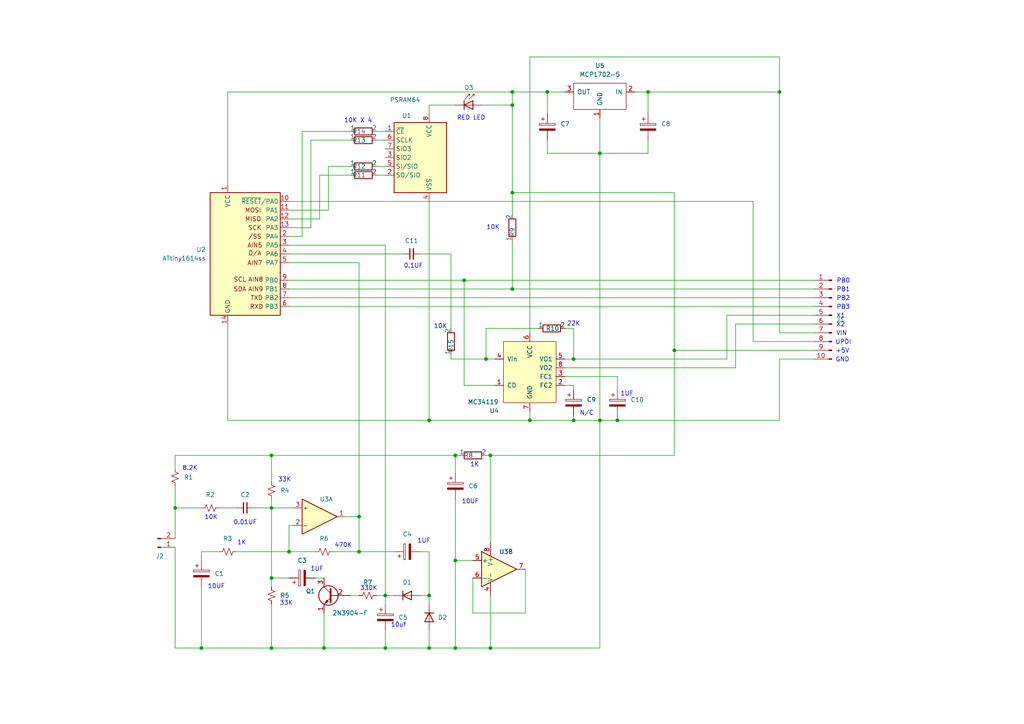
<source format=kicad_sch>
(kicad_sch
	(version 20231120)
	(generator "eeschema")
	(generator_version "8.0")
	(uuid "70956087-b49a-4d46-a319-8c5a1447fe4a")
	(paper "A4")
	(lib_symbols
		(symbol "0_Library:ATtiny1614ss"
			(exclude_from_sim no)
			(in_bom yes)
			(on_board yes)
			(property "Reference" "U"
				(at -12.7 16.51 0)
				(effects
					(font
						(size 1.27 1.27)
					)
					(justify left bottom)
				)
			)
			(property "Value" "ATtiny1614ss"
				(at 20.32 -34.036 0)
				(effects
					(font
						(size 1.27 1.27)
					)
					(justify left top)
				)
			)
			(property "Footprint" "Package_SO:SOIC-14_3.9x8.7mm_P1.27mm"
				(at -2.54 33.02 0)
				(effects
					(font
						(size 1.27 1.27)
						(italic yes)
					)
					(hide yes)
				)
			)
			(property "Datasheet" ""
				(at -2.54 33.02 0)
				(effects
					(font
						(size 1.27 1.27)
					)
					(hide yes)
				)
			)
			(property "Description" ""
				(at -2.54 33.02 0)
				(effects
					(font
						(size 1.27 1.27)
					)
					(hide yes)
				)
			)
			(property "ki_keywords" "AVR 8bit Microcontroller tinyAVR"
				(at 0 0 0)
				(effects
					(font
						(size 1.27 1.27)
					)
					(hide yes)
				)
			)
			(property "ki_fp_filters" "SOIC*3.9x8.7mm*P1.27mm*"
				(at 0 0 0)
				(effects
					(font
						(size 1.27 1.27)
					)
					(hide yes)
				)
			)
			(symbol "ATtiny1614ss_0_1"
				(rectangle
					(start -7.62 12.7)
					(end 12.7 -22.86)
					(stroke
						(width 0.254)
						(type default)
					)
					(fill
						(type background)
					)
				)
			)
			(symbol "ATtiny1614ss_1_1"
				(text "/SS"
					(at 5.334 0 0)
					(effects
						(font
							(size 1.27 1.27)
						)
					)
				)
				(text "AIN5"
					(at 5.334 -2.54 0)
					(effects
						(font
							(size 1.27 1.27)
						)
					)
				)
				(text "AIN7"
					(at 5.334 -7.62 0)
					(effects
						(font
							(size 1.27 1.27)
						)
					)
				)
				(text "AIN8"
					(at 5.588 -12.446 0)
					(effects
						(font
							(size 1.27 1.27)
						)
					)
				)
				(text "AIN9"
					(at 5.588 -15.24 0)
					(effects
						(font
							(size 1.27 1.27)
						)
					)
				)
				(text "D/A"
					(at 5.334 -4.826 0)
					(effects
						(font
							(size 1.27 1.27)
						)
					)
				)
				(text "MISO"
					(at 4.826 5.08 0)
					(effects
						(font
							(size 1.27 1.27)
						)
					)
				)
				(text "MOSI"
					(at 4.826 7.62 0)
					(effects
						(font
							(size 1.27 1.27)
						)
					)
				)
				(text "RXD"
					(at 5.842 -20.32 0)
					(effects
						(font
							(size 1.27 1.27)
						)
					)
				)
				(text "SCK"
					(at 5.334 2.54 0)
					(effects
						(font
							(size 1.27 1.27)
						)
					)
				)
				(text "SCL"
					(at 1.016 -12.446 0)
					(effects
						(font
							(size 1.27 1.27)
						)
					)
				)
				(text "SDA"
					(at 1.016 -15.24 0)
					(effects
						(font
							(size 1.27 1.27)
						)
					)
				)
				(text "TXD"
					(at 5.842 -17.78 0)
					(effects
						(font
							(size 1.27 1.27)
						)
					)
				)
				(pin power_in line
					(at -2.54 15.24 270)
					(length 2.54)
					(name "VCC"
						(effects
							(font
								(size 1.27 1.27)
							)
						)
					)
					(number "1"
						(effects
							(font
								(size 1.27 1.27)
							)
						)
					)
				)
				(pin bidirectional line
					(at 15.24 10.16 180)
					(length 2.54)
					(name "~{RESET}/PA0"
						(effects
							(font
								(size 1.27 1.27)
							)
						)
					)
					(number "10"
						(effects
							(font
								(size 1.27 1.27)
							)
						)
					)
				)
				(pin bidirectional line
					(at 15.24 7.62 180)
					(length 2.54)
					(name "PA1"
						(effects
							(font
								(size 1.27 1.27)
							)
						)
					)
					(number "11"
						(effects
							(font
								(size 1.27 1.27)
							)
						)
					)
				)
				(pin bidirectional line
					(at 15.24 5.08 180)
					(length 2.54)
					(name "PA2"
						(effects
							(font
								(size 1.27 1.27)
							)
						)
					)
					(number "12"
						(effects
							(font
								(size 1.27 1.27)
							)
						)
					)
				)
				(pin bidirectional line
					(at 15.24 2.54 180)
					(length 2.54)
					(name "PA3"
						(effects
							(font
								(size 1.27 1.27)
							)
						)
					)
					(number "13"
						(effects
							(font
								(size 1.27 1.27)
							)
						)
					)
				)
				(pin power_in line
					(at -2.54 -25.4 90)
					(length 2.54)
					(name "GND"
						(effects
							(font
								(size 1.27 1.27)
							)
						)
					)
					(number "14"
						(effects
							(font
								(size 1.27 1.27)
							)
						)
					)
				)
				(pin bidirectional line
					(at 15.24 0 180)
					(length 2.54)
					(name "PA4"
						(effects
							(font
								(size 1.27 1.27)
							)
						)
					)
					(number "2"
						(effects
							(font
								(size 1.27 1.27)
							)
						)
					)
				)
				(pin bidirectional line
					(at 15.24 -2.54 180)
					(length 2.54)
					(name "PA5"
						(effects
							(font
								(size 1.27 1.27)
							)
						)
					)
					(number "3"
						(effects
							(font
								(size 1.27 1.27)
							)
						)
					)
				)
				(pin bidirectional line
					(at 15.24 -5.08 180)
					(length 2.54)
					(name "PA6"
						(effects
							(font
								(size 1.27 1.27)
							)
						)
					)
					(number "4"
						(effects
							(font
								(size 1.27 1.27)
							)
						)
					)
				)
				(pin bidirectional line
					(at 15.24 -7.62 180)
					(length 2.54)
					(name "PA7"
						(effects
							(font
								(size 1.27 1.27)
							)
						)
					)
					(number "5"
						(effects
							(font
								(size 1.27 1.27)
							)
						)
					)
				)
				(pin bidirectional line
					(at 15.24 -20.32 180)
					(length 2.54)
					(name "PB3"
						(effects
							(font
								(size 1.27 1.27)
							)
						)
					)
					(number "6"
						(effects
							(font
								(size 1.27 1.27)
							)
						)
					)
				)
				(pin bidirectional line
					(at 15.24 -17.78 180)
					(length 2.54)
					(name "PB2"
						(effects
							(font
								(size 1.27 1.27)
							)
						)
					)
					(number "7"
						(effects
							(font
								(size 1.27 1.27)
							)
						)
					)
				)
				(pin bidirectional line
					(at 15.24 -15.24 180)
					(length 2.54)
					(name "PB1"
						(effects
							(font
								(size 1.27 1.27)
							)
						)
					)
					(number "8"
						(effects
							(font
								(size 1.27 1.27)
							)
						)
					)
				)
				(pin bidirectional line
					(at 15.24 -12.7 180)
					(length 2.54)
					(name "PB0"
						(effects
							(font
								(size 1.27 1.27)
							)
						)
					)
					(number "9"
						(effects
							(font
								(size 1.27 1.27)
							)
						)
					)
				)
			)
		)
		(symbol "0_Library:CP_Small"
			(pin_numbers hide)
			(pin_names
				(offset 0.0508)
			)
			(exclude_from_sim no)
			(in_bom yes)
			(on_board yes)
			(property "Reference" "C"
				(at 0.635 6.35 0)
				(effects
					(font
						(size 1.27 1.27)
					)
					(justify left)
				)
			)
			(property "Value" "CP_Small"
				(at 0.635 1.27 0)
				(effects
					(font
						(size 1.27 1.27)
					)
					(justify left)
					(hide yes)
				)
			)
			(property "Footprint" "Capacitor_THT:CP_Radial_D4.0mm_P2.00mm"
				(at 0.9652 0 0)
				(effects
					(font
						(size 1.27 1.27)
					)
					(hide yes)
				)
			)
			(property "Datasheet" "~"
				(at 0 3.81 0)
				(effects
					(font
						(size 1.27 1.27)
					)
					(hide yes)
				)
			)
			(property "Description" "Polarized capacitor"
				(at 0 0 0)
				(effects
					(font
						(size 1.27 1.27)
					)
					(hide yes)
				)
			)
			(property "ki_keywords" "cap capacitor"
				(at 0 0 0)
				(effects
					(font
						(size 1.27 1.27)
					)
					(hide yes)
				)
			)
			(property "ki_fp_filters" "CP_*"
				(at 0 0 0)
				(effects
					(font
						(size 1.27 1.27)
					)
					(hide yes)
				)
			)
			(symbol "CP_Small_0_1"
				(rectangle
					(start -2.286 4.318)
					(end 2.286 4.826)
					(stroke
						(width 0)
						(type solid)
					)
					(fill
						(type none)
					)
				)
				(polyline
					(pts
						(xy -1.778 6.096) (xy -0.762 6.096)
					)
					(stroke
						(width 0)
						(type solid)
					)
					(fill
						(type none)
					)
				)
				(polyline
					(pts
						(xy -1.27 6.604) (xy -1.27 5.588)
					)
					(stroke
						(width 0)
						(type solid)
					)
					(fill
						(type none)
					)
				)
				(rectangle
					(start 2.286 3.302)
					(end -2.286 2.794)
					(stroke
						(width 0)
						(type solid)
					)
					(fill
						(type outline)
					)
				)
			)
			(symbol "CP_Small_1_1"
				(pin passive line
					(at 0 7.62 270)
					(length 2.794)
					(name "~"
						(effects
							(font
								(size 1.27 1.27)
							)
						)
					)
					(number "1"
						(effects
							(font
								(size 1.27 1.27)
							)
						)
					)
				)
				(pin passive line
					(at 0 0 90)
					(length 2.794)
					(name "~"
						(effects
							(font
								(size 1.27 1.27)
							)
						)
					)
					(number "2"
						(effects
							(font
								(size 1.27 1.27)
							)
						)
					)
				)
			)
		)
		(symbol "0_Library:C_Disc"
			(pin_numbers hide)
			(pin_names
				(offset 0.254) hide)
			(exclude_from_sim no)
			(in_bom yes)
			(on_board yes)
			(property "Reference" "C"
				(at 0.254 1.778 0)
				(effects
					(font
						(size 1.27 1.27)
					)
					(justify left)
				)
			)
			(property "Value" "C_Disc"
				(at 0.254 -2.032 0)
				(effects
					(font
						(size 1.27 1.27)
					)
					(justify left)
					(hide yes)
				)
			)
			(property "Footprint" "0_Footprint:C_Disc1"
				(at 0 0 0)
				(effects
					(font
						(size 1.27 1.27)
					)
					(hide yes)
				)
			)
			(property "Datasheet" "~"
				(at 0 0 0)
				(effects
					(font
						(size 1.27 1.27)
					)
					(hide yes)
				)
			)
			(property "Description" "Unpolarized capacitor, small symbol"
				(at 0 0 0)
				(effects
					(font
						(size 1.27 1.27)
					)
					(hide yes)
				)
			)
			(property "ki_keywords" "capacitor cap"
				(at 0 0 0)
				(effects
					(font
						(size 1.27 1.27)
					)
					(hide yes)
				)
			)
			(property "ki_fp_filters" "C_*"
				(at 0 0 0)
				(effects
					(font
						(size 1.27 1.27)
					)
					(hide yes)
				)
			)
			(symbol "C_Disc_0_1"
				(polyline
					(pts
						(xy -1.524 -0.508) (xy 1.524 -0.508)
					)
					(stroke
						(width 0.3302)
						(type solid)
					)
					(fill
						(type none)
					)
				)
				(polyline
					(pts
						(xy -1.524 0.508) (xy 1.524 0.508)
					)
					(stroke
						(width 0.3048)
						(type solid)
					)
					(fill
						(type none)
					)
				)
			)
			(symbol "C_Disc_1_1"
				(pin passive line
					(at 0 2.54 270)
					(length 2.032)
					(name "~"
						(effects
							(font
								(size 1.27 1.27)
							)
						)
					)
					(number "1"
						(effects
							(font
								(size 1.27 1.27)
							)
						)
					)
				)
				(pin passive line
					(at 0 -2.54 90)
					(length 2.032)
					(name "~"
						(effects
							(font
								(size 1.27 1.27)
							)
						)
					)
					(number "2"
						(effects
							(font
								(size 1.27 1.27)
							)
						)
					)
				)
			)
		)
		(symbol "0_Library:Conn_01x02_MH"
			(pin_names
				(offset 1.016) hide)
			(exclude_from_sim no)
			(in_bom yes)
			(on_board yes)
			(property "Reference" "J"
				(at -5.08 5.08 0)
				(effects
					(font
						(size 1.27 1.27)
					)
				)
			)
			(property "Value" "Conn_01x02_MH"
				(at -5.08 -2.54 0)
				(effects
					(font
						(size 1.27 1.27)
					)
					(hide yes)
				)
			)
			(property "Footprint" "Connector_PinHeader_2.54mm:PinHeader_1x02_P2.54mm_Horizontal"
				(at -2.54 10.16 0)
				(effects
					(font
						(size 1.27 1.27)
					)
					(hide yes)
				)
			)
			(property "Datasheet" "~"
				(at -5.08 2.54 0)
				(effects
					(font
						(size 1.27 1.27)
					)
					(hide yes)
				)
			)
			(property "Description" "Generic connector, single row, 01x02, script generated (kicad-library-utils/schlib/autogen/connector/)"
				(at 0 0 0)
				(effects
					(font
						(size 1.27 1.27)
					)
					(hide yes)
				)
			)
			(property "ki_keywords" "connector"
				(at 0 0 0)
				(effects
					(font
						(size 1.27 1.27)
					)
					(hide yes)
				)
			)
			(property "ki_fp_filters" "Connector*:*_1x??_*"
				(at 0 0 0)
				(effects
					(font
						(size 1.27 1.27)
					)
					(hide yes)
				)
			)
			(symbol "Conn_01x02_MH_1_1"
				(rectangle
					(start -4.2164 0.127)
					(end -5.08 -0.127)
					(stroke
						(width 0.1524)
						(type solid)
					)
					(fill
						(type outline)
					)
				)
				(rectangle
					(start -4.2164 2.667)
					(end -5.08 2.413)
					(stroke
						(width 0.1524)
						(type solid)
					)
					(fill
						(type outline)
					)
				)
				(polyline
					(pts
						(xy -3.81 0) (xy -4.2164 0)
					)
					(stroke
						(width 0.1524)
						(type solid)
					)
					(fill
						(type none)
					)
				)
				(polyline
					(pts
						(xy -3.81 2.54) (xy -4.2164 2.54)
					)
					(stroke
						(width 0.1524)
						(type solid)
					)
					(fill
						(type none)
					)
				)
				(pin passive line
					(at 0 2.54 180)
					(length 3.81)
					(name "Pin_1"
						(effects
							(font
								(size 1.27 1.27)
							)
						)
					)
					(number "1"
						(effects
							(font
								(size 1.27 1.27)
							)
						)
					)
				)
				(pin passive line
					(at 0 0 180)
					(length 3.81)
					(name "Pin_2"
						(effects
							(font
								(size 1.27 1.27)
							)
						)
					)
					(number "2"
						(effects
							(font
								(size 1.27 1.27)
							)
						)
					)
				)
			)
		)
		(symbol "0_Library:Conn_01x10_MalePH"
			(pin_names
				(offset 1.016) hide)
			(exclude_from_sim no)
			(in_bom yes)
			(on_board yes)
			(property "Reference" "J"
				(at 0 12.7 0)
				(effects
					(font
						(size 1.27 1.27)
					)
				)
			)
			(property "Value" "Conn_01x10_MalePH"
				(at 0 -15.24 0)
				(effects
					(font
						(size 1.27 1.27)
					)
					(hide yes)
				)
			)
			(property "Footprint" "Connector_PinHeader_2.54mm:PinHeader_1x10_P2.54mm_Horizontal"
				(at 0 0 0)
				(effects
					(font
						(size 1.27 1.27)
					)
					(hide yes)
				)
			)
			(property "Datasheet" "~"
				(at 0 0 0)
				(effects
					(font
						(size 1.27 1.27)
					)
					(hide yes)
				)
			)
			(property "Description" "Generic connector, single row, 01x10, script generated (kicad-library-utils/schlib/autogen/connector/)"
				(at 0 0 0)
				(effects
					(font
						(size 1.27 1.27)
					)
					(hide yes)
				)
			)
			(property "ki_keywords" "connector"
				(at 0 0 0)
				(effects
					(font
						(size 1.27 1.27)
					)
					(hide yes)
				)
			)
			(property "ki_fp_filters" "Connector*:*_1x??_*"
				(at 0 0 0)
				(effects
					(font
						(size 1.27 1.27)
					)
					(hide yes)
				)
			)
			(symbol "Conn_01x10_MalePH_1_1"
				(polyline
					(pts
						(xy 1.27 -12.7) (xy 0.8636 -12.7)
					)
					(stroke
						(width 0.1524)
						(type solid)
					)
					(fill
						(type none)
					)
				)
				(polyline
					(pts
						(xy 1.27 -10.16) (xy 0.8636 -10.16)
					)
					(stroke
						(width 0.1524)
						(type solid)
					)
					(fill
						(type none)
					)
				)
				(polyline
					(pts
						(xy 1.27 -7.62) (xy 0.8636 -7.62)
					)
					(stroke
						(width 0.1524)
						(type solid)
					)
					(fill
						(type none)
					)
				)
				(polyline
					(pts
						(xy 1.27 -5.08) (xy 0.8636 -5.08)
					)
					(stroke
						(width 0.1524)
						(type solid)
					)
					(fill
						(type none)
					)
				)
				(polyline
					(pts
						(xy 1.27 -2.54) (xy 0.8636 -2.54)
					)
					(stroke
						(width 0.1524)
						(type solid)
					)
					(fill
						(type none)
					)
				)
				(polyline
					(pts
						(xy 1.27 0) (xy 0.8636 0)
					)
					(stroke
						(width 0.1524)
						(type solid)
					)
					(fill
						(type none)
					)
				)
				(polyline
					(pts
						(xy 1.27 2.54) (xy 0.8636 2.54)
					)
					(stroke
						(width 0.1524)
						(type solid)
					)
					(fill
						(type none)
					)
				)
				(polyline
					(pts
						(xy 1.27 5.08) (xy 0.8636 5.08)
					)
					(stroke
						(width 0.1524)
						(type solid)
					)
					(fill
						(type none)
					)
				)
				(polyline
					(pts
						(xy 1.27 7.62) (xy 0.8636 7.62)
					)
					(stroke
						(width 0.1524)
						(type solid)
					)
					(fill
						(type none)
					)
				)
				(polyline
					(pts
						(xy 1.27 10.16) (xy 0.8636 10.16)
					)
					(stroke
						(width 0.1524)
						(type solid)
					)
					(fill
						(type none)
					)
				)
				(rectangle
					(start 0.8636 -12.573)
					(end 0 -12.827)
					(stroke
						(width 0.1524)
						(type solid)
					)
					(fill
						(type outline)
					)
				)
				(rectangle
					(start 0.8636 -10.033)
					(end 0 -10.287)
					(stroke
						(width 0.1524)
						(type solid)
					)
					(fill
						(type outline)
					)
				)
				(rectangle
					(start 0.8636 -7.493)
					(end 0 -7.747)
					(stroke
						(width 0.1524)
						(type solid)
					)
					(fill
						(type outline)
					)
				)
				(rectangle
					(start 0.8636 -4.953)
					(end 0 -5.207)
					(stroke
						(width 0.1524)
						(type solid)
					)
					(fill
						(type outline)
					)
				)
				(rectangle
					(start 0.8636 -2.413)
					(end 0 -2.667)
					(stroke
						(width 0.1524)
						(type solid)
					)
					(fill
						(type outline)
					)
				)
				(rectangle
					(start 0.8636 0.127)
					(end 0 -0.127)
					(stroke
						(width 0.1524)
						(type solid)
					)
					(fill
						(type outline)
					)
				)
				(rectangle
					(start 0.8636 2.667)
					(end 0 2.413)
					(stroke
						(width 0.1524)
						(type solid)
					)
					(fill
						(type outline)
					)
				)
				(rectangle
					(start 0.8636 5.207)
					(end 0 4.953)
					(stroke
						(width 0.1524)
						(type solid)
					)
					(fill
						(type outline)
					)
				)
				(rectangle
					(start 0.8636 7.747)
					(end 0 7.493)
					(stroke
						(width 0.1524)
						(type solid)
					)
					(fill
						(type outline)
					)
				)
				(rectangle
					(start 0.8636 10.287)
					(end 0 10.033)
					(stroke
						(width 0.1524)
						(type solid)
					)
					(fill
						(type outline)
					)
				)
				(pin passive line
					(at 5.08 10.16 180)
					(length 3.81)
					(name "Pin_1"
						(effects
							(font
								(size 1.27 1.27)
							)
						)
					)
					(number "1"
						(effects
							(font
								(size 1.27 1.27)
							)
						)
					)
				)
				(pin passive line
					(at 5.08 -12.7 180)
					(length 3.81)
					(name "Pin_10"
						(effects
							(font
								(size 1.27 1.27)
							)
						)
					)
					(number "10"
						(effects
							(font
								(size 1.27 1.27)
							)
						)
					)
				)
				(pin passive line
					(at 5.08 7.62 180)
					(length 3.81)
					(name "Pin_2"
						(effects
							(font
								(size 1.27 1.27)
							)
						)
					)
					(number "2"
						(effects
							(font
								(size 1.27 1.27)
							)
						)
					)
				)
				(pin passive line
					(at 5.08 5.08 180)
					(length 3.81)
					(name "Pin_3"
						(effects
							(font
								(size 1.27 1.27)
							)
						)
					)
					(number "3"
						(effects
							(font
								(size 1.27 1.27)
							)
						)
					)
				)
				(pin passive line
					(at 5.08 2.54 180)
					(length 3.81)
					(name "Pin_4"
						(effects
							(font
								(size 1.27 1.27)
							)
						)
					)
					(number "4"
						(effects
							(font
								(size 1.27 1.27)
							)
						)
					)
				)
				(pin passive line
					(at 5.08 0 180)
					(length 3.81)
					(name "Pin_5"
						(effects
							(font
								(size 1.27 1.27)
							)
						)
					)
					(number "5"
						(effects
							(font
								(size 1.27 1.27)
							)
						)
					)
				)
				(pin passive line
					(at 5.08 -2.54 180)
					(length 3.81)
					(name "Pin_6"
						(effects
							(font
								(size 1.27 1.27)
							)
						)
					)
					(number "6"
						(effects
							(font
								(size 1.27 1.27)
							)
						)
					)
				)
				(pin passive line
					(at 5.08 -5.08 180)
					(length 3.81)
					(name "Pin_7"
						(effects
							(font
								(size 1.27 1.27)
							)
						)
					)
					(number "7"
						(effects
							(font
								(size 1.27 1.27)
							)
						)
					)
				)
				(pin passive line
					(at 5.08 -7.62 180)
					(length 3.81)
					(name "Pin_8"
						(effects
							(font
								(size 1.27 1.27)
							)
						)
					)
					(number "8"
						(effects
							(font
								(size 1.27 1.27)
							)
						)
					)
				)
				(pin passive line
					(at 5.08 -10.16 180)
					(length 3.81)
					(name "Pin_9"
						(effects
							(font
								(size 1.27 1.27)
							)
						)
					)
					(number "9"
						(effects
							(font
								(size 1.27 1.27)
							)
						)
					)
				)
			)
		)
		(symbol "0_Library:LED_5mm"
			(pin_numbers hide)
			(pin_names
				(offset 1.016) hide)
			(exclude_from_sim no)
			(in_bom yes)
			(on_board yes)
			(property "Reference" "D"
				(at 0.508 1.778 0)
				(effects
					(font
						(size 1.27 1.27)
					)
					(justify left)
				)
			)
			(property "Value" "LED_5mm"
				(at 6.096 -2.794 0)
				(effects
					(font
						(size 1.27 1.27)
					)
					(hide yes)
				)
			)
			(property "Footprint" "LED_THT:LED_D5.0mm_IRGrey"
				(at 0 4.445 0)
				(effects
					(font
						(size 1.27 1.27)
					)
					(hide yes)
				)
			)
			(property "Datasheet" "http://www.alliedelec.com/m/d/40788c34903a719969df15f1fbea1056.pdf"
				(at -1.27 0 0)
				(effects
					(font
						(size 1.27 1.27)
					)
					(hide yes)
				)
			)
			(property "Description" "940nm IR-LED, 5mm"
				(at 0 0 0)
				(effects
					(font
						(size 1.27 1.27)
					)
					(hide yes)
				)
			)
			(property "ki_keywords" "IR LED"
				(at 0 0 0)
				(effects
					(font
						(size 1.27 1.27)
					)
					(hide yes)
				)
			)
			(property "ki_fp_filters" "LED*5.0mm*IRGrey*"
				(at 0 0 0)
				(effects
					(font
						(size 1.27 1.27)
					)
					(hide yes)
				)
			)
			(symbol "LED_5mm_0_1"
				(polyline
					(pts
						(xy -2.54 1.27) (xy -2.54 -1.27)
					)
					(stroke
						(width 0.254)
						(type solid)
					)
					(fill
						(type none)
					)
				)
				(polyline
					(pts
						(xy 0 0) (xy -2.54 0)
					)
					(stroke
						(width 0)
						(type solid)
					)
					(fill
						(type none)
					)
				)
				(polyline
					(pts
						(xy 0.381 3.175) (xy -0.127 3.175)
					)
					(stroke
						(width 0)
						(type solid)
					)
					(fill
						(type none)
					)
				)
				(polyline
					(pts
						(xy -1.143 1.651) (xy 0.381 3.175) (xy 0.381 2.667)
					)
					(stroke
						(width 0)
						(type solid)
					)
					(fill
						(type none)
					)
				)
				(polyline
					(pts
						(xy 0 -1.27) (xy -2.54 0) (xy 0 1.27) (xy 0 -1.27)
					)
					(stroke
						(width 0.254)
						(type solid)
					)
					(fill
						(type none)
					)
				)
				(polyline
					(pts
						(xy -2.413 1.651) (xy -0.889 3.175) (xy -0.889 2.667) (xy -0.889 3.175) (xy -1.397 3.175)
					)
					(stroke
						(width 0)
						(type solid)
					)
					(fill
						(type none)
					)
				)
			)
			(symbol "LED_5mm_1_1"
				(pin passive line
					(at -5.08 0 0)
					(length 2.54)
					(name "K"
						(effects
							(font
								(size 1.27 1.27)
							)
						)
					)
					(number "1"
						(effects
							(font
								(size 1.27 1.27)
							)
						)
					)
				)
				(pin passive line
					(at 2.54 0 180)
					(length 2.54)
					(name "A"
						(effects
							(font
								(size 1.27 1.27)
							)
						)
					)
					(number "2"
						(effects
							(font
								(size 1.27 1.27)
							)
						)
					)
				)
			)
		)
		(symbol "0_Library:MC34119"
			(pin_names
				(offset 1.016)
			)
			(exclude_from_sim no)
			(in_bom yes)
			(on_board yes)
			(property "Reference" "U"
				(at 5.08 7.62 0)
				(effects
					(font
						(size 1.27 1.27)
					)
				)
			)
			(property "Value" "MC34119"
				(at -7.62 7.62 0)
				(effects
					(font
						(size 1.27 1.27)
					)
				)
			)
			(property "Footprint" "Package_DIP:DIP-8_W7.62mm"
				(at 0 0 0)
				(effects
					(font
						(size 1.27 1.27)
					)
					(hide yes)
				)
			)
			(property "Datasheet" ""
				(at 0 0 0)
				(effects
					(font
						(size 1.27 1.27)
					)
					(hide yes)
				)
			)
			(property "Description" ""
				(at 0 0 0)
				(effects
					(font
						(size 1.27 1.27)
					)
					(hide yes)
				)
			)
			(symbol "MC34119_0_1"
				(rectangle
					(start -7.62 5.08)
					(end 7.62 -12.7)
					(stroke
						(width 0)
						(type solid)
					)
					(fill
						(type background)
					)
				)
			)
			(symbol "MC34119_1_1"
				(pin input line
					(at -10.16 -7.62 0)
					(length 2.54)
					(name "CD"
						(effects
							(font
								(size 1.27 1.27)
							)
						)
					)
					(number "1"
						(effects
							(font
								(size 1.27 1.27)
							)
						)
					)
				)
				(pin input line
					(at 10.16 -7.62 180)
					(length 2.54)
					(name "FC2"
						(effects
							(font
								(size 1.27 1.27)
							)
						)
					)
					(number "2"
						(effects
							(font
								(size 1.27 1.27)
							)
						)
					)
				)
				(pin input line
					(at 10.16 -5.08 180)
					(length 2.54)
					(name "FC1"
						(effects
							(font
								(size 1.27 1.27)
							)
						)
					)
					(number "3"
						(effects
							(font
								(size 1.27 1.27)
							)
						)
					)
				)
				(pin input line
					(at -10.16 0 0)
					(length 2.54)
					(name "Vin"
						(effects
							(font
								(size 1.27 1.27)
							)
						)
					)
					(number "4"
						(effects
							(font
								(size 1.27 1.27)
							)
						)
					)
				)
				(pin output line
					(at 10.16 0 180)
					(length 2.54)
					(name "VO1"
						(effects
							(font
								(size 1.27 1.27)
							)
						)
					)
					(number "5"
						(effects
							(font
								(size 1.27 1.27)
							)
						)
					)
				)
				(pin input line
					(at 0 7.62 270)
					(length 2.54)
					(name "VCC"
						(effects
							(font
								(size 1.27 1.27)
							)
						)
					)
					(number "6"
						(effects
							(font
								(size 1.27 1.27)
							)
						)
					)
				)
				(pin input line
					(at 0 -15.24 90)
					(length 2.54)
					(name "GND"
						(effects
							(font
								(size 1.27 1.27)
							)
						)
					)
					(number "7"
						(effects
							(font
								(size 1.27 1.27)
							)
						)
					)
				)
				(pin output line
					(at 10.16 -2.54 180)
					(length 2.54)
					(name "VO2"
						(effects
							(font
								(size 1.27 1.27)
							)
						)
					)
					(number "8"
						(effects
							(font
								(size 1.27 1.27)
							)
						)
					)
				)
			)
		)
		(symbol "0_Library:MCP1702-5"
			(pin_names
				(offset 1.016)
			)
			(exclude_from_sim no)
			(in_bom yes)
			(on_board yes)
			(property "Reference" "U"
				(at -7.62 7.62 0)
				(effects
					(font
						(size 1.27 1.27)
					)
				)
			)
			(property "Value" "MCP1702-5"
				(at -2.54 5.08 0)
				(effects
					(font
						(size 1.27 1.27)
					)
				)
			)
			(property "Footprint" "0_Footprint:TO-92X"
				(at 7.62 -7.62 0)
				(effects
					(font
						(size 1.27 1.27)
					)
					(hide yes)
				)
			)
			(property "Datasheet" ""
				(at 0 0 0)
				(effects
					(font
						(size 1.27 1.27)
					)
					(hide yes)
				)
			)
			(property "Description" ""
				(at 0 0 0)
				(effects
					(font
						(size 1.27 1.27)
					)
					(hide yes)
				)
			)
			(symbol "MCP1702-5_0_1"
				(rectangle
					(start -10.16 2.54)
					(end 5.08 -5.08)
					(stroke
						(width 0)
						(type solid)
					)
					(fill
						(type none)
					)
				)
			)
			(symbol "MCP1702-5_1_1"
				(pin input line
					(at -2.54 -7.62 90)
					(length 2.54)
					(name "GND"
						(effects
							(font
								(size 1.27 1.27)
							)
						)
					)
					(number "1"
						(effects
							(font
								(size 1.27 1.27)
							)
						)
					)
				)
				(pin input line
					(at -12.7 0 0)
					(length 2.54)
					(name "IN"
						(effects
							(font
								(size 1.27 1.27)
							)
						)
					)
					(number "2"
						(effects
							(font
								(size 1.27 1.27)
							)
						)
					)
				)
				(pin input line
					(at 7.62 0 180)
					(length 2.54)
					(name "OUT"
						(effects
							(font
								(size 1.27 1.27)
							)
						)
					)
					(number "3"
						(effects
							(font
								(size 1.27 1.27)
							)
						)
					)
				)
			)
		)
		(symbol "0_Library:PSRAM64"
			(exclude_from_sim no)
			(in_bom yes)
			(on_board yes)
			(property "Reference" "U"
				(at 3.81 11.43 0)
				(effects
					(font
						(size 1.27 1.27)
					)
				)
			)
			(property "Value" "PSRAM64"
				(at -1.27 -11.43 0)
				(effects
					(font
						(size 1.27 1.27)
					)
					(justify left)
				)
			)
			(property "Footprint" "Package_SO:SOIC-8_3.9x4.9mm_P1.27mm"
				(at 0 -15.24 0)
				(effects
					(font
						(size 1.27 1.27)
					)
					(hide yes)
				)
			)
			(property "Datasheet" "https://www.espressif.com/sites/default/files/documentation/esp-psram32_datasheet_en.pdf"
				(at -10.16 12.7 0)
				(effects
					(font
						(size 1.27 1.27)
					)
					(hide yes)
				)
			)
			(property "Description" "32 Mbit serial pseudo SRAM device organized as 4Mx8 bits, 1.8 VCC, SOIC8 (SOP8)"
				(at 0 0 0)
				(effects
					(font
						(size 1.27 1.27)
					)
					(hide yes)
				)
			)
			(property "ki_keywords" "32 Mbit serial pseudo SRAM MEMORY"
				(at 0 0 0)
				(effects
					(font
						(size 1.27 1.27)
					)
					(hide yes)
				)
			)
			(property "ki_fp_filters" "SOIC*3.9x4.9mm?P1.27mm*"
				(at 0 0 0)
				(effects
					(font
						(size 1.27 1.27)
					)
					(hide yes)
				)
			)
			(symbol "PSRAM64_0_1"
				(rectangle
					(start -7.62 10.16)
					(end 7.62 -10.16)
					(stroke
						(width 0.254)
						(type default)
					)
					(fill
						(type background)
					)
				)
			)
			(symbol "PSRAM64_1_1"
				(pin input line
					(at 10.16 7.62 180)
					(length 2.54)
					(name "~{CE}"
						(effects
							(font
								(size 1.27 1.27)
							)
						)
					)
					(number "1"
						(effects
							(font
								(size 1.27 1.27)
							)
						)
					)
				)
				(pin output line
					(at 10.16 -5.08 180)
					(length 2.54)
					(name "SO/SIO"
						(effects
							(font
								(size 1.27 1.27)
							)
						)
					)
					(number "2"
						(effects
							(font
								(size 1.27 1.27)
							)
						)
					)
				)
				(pin bidirectional line
					(at 10.16 0 180)
					(length 2.54)
					(name "SIO2"
						(effects
							(font
								(size 1.27 1.27)
							)
						)
					)
					(number "3"
						(effects
							(font
								(size 1.27 1.27)
							)
						)
					)
				)
				(pin power_in line
					(at -2.54 -12.7 90)
					(length 2.54)
					(name "VSS"
						(effects
							(font
								(size 1.27 1.27)
							)
						)
					)
					(number "4"
						(effects
							(font
								(size 1.27 1.27)
							)
						)
					)
				)
				(pin input line
					(at 10.16 -2.54 180)
					(length 2.54)
					(name "SI/SIO"
						(effects
							(font
								(size 1.27 1.27)
							)
						)
					)
					(number "5"
						(effects
							(font
								(size 1.27 1.27)
							)
						)
					)
				)
				(pin output line
					(at 10.16 5.08 180)
					(length 2.54)
					(name "SCLK"
						(effects
							(font
								(size 1.27 1.27)
							)
						)
					)
					(number "6"
						(effects
							(font
								(size 1.27 1.27)
							)
						)
					)
				)
				(pin bidirectional line
					(at 10.16 2.54 180)
					(length 2.54)
					(name "SIO3"
						(effects
							(font
								(size 1.27 1.27)
							)
						)
					)
					(number "7"
						(effects
							(font
								(size 1.27 1.27)
							)
						)
					)
				)
				(pin power_in line
					(at -2.54 12.7 270)
					(length 2.54)
					(name "VCC"
						(effects
							(font
								(size 1.27 1.27)
							)
						)
					)
					(number "8"
						(effects
							(font
								(size 1.27 1.27)
							)
						)
					)
				)
			)
		)
		(symbol "0_Library:Resistor"
			(pin_numbers hide)
			(pin_names
				(offset 0)
			)
			(exclude_from_sim no)
			(in_bom yes)
			(on_board yes)
			(property "Reference" "R"
				(at 2.54 0 0)
				(do_not_autoplace)
				(effects
					(font
						(size 1.27 1.27)
					)
				)
			)
			(property "Value" "Resistor"
				(at 7.62 0.635 0)
				(effects
					(font
						(size 0.2032 0.2032)
					)
					(hide yes)
				)
			)
			(property "Footprint" "0_Footprint:QWSlim"
				(at 5.08 -2.54 0)
				(effects
					(font
						(size 1.27 1.27)
					)
					(hide yes)
				)
			)
			(property "Datasheet" "~"
				(at 3.81 2.54 90)
				(effects
					(font
						(size 1.27 1.27)
					)
					(hide yes)
				)
			)
			(property "Description" "Resistor"
				(at 0 0 0)
				(effects
					(font
						(size 1.27 1.27)
					)
					(hide yes)
				)
			)
			(property "ki_keywords" "R res resistor"
				(at 0 0 0)
				(effects
					(font
						(size 1.27 1.27)
					)
					(hide yes)
				)
			)
			(property "ki_fp_filters" "R_*"
				(at 0 0 0)
				(effects
					(font
						(size 1.27 1.27)
					)
					(hide yes)
				)
			)
			(symbol "Resistor_1_1"
				(rectangle
					(start 1.27 1.016)
					(end 6.35 -1.016)
					(stroke
						(width 0.254)
						(type solid)
					)
					(fill
						(type none)
					)
				)
				(pin passive line
					(at 0 0 0)
					(length 1.27)
					(name "1"
						(effects
							(font
								(size 1.27 1.27)
							)
						)
					)
					(number "1"
						(effects
							(font
								(size 1.27 1.27)
							)
						)
					)
				)
				(pin passive line
					(at 7.62 0 180)
					(length 1.27)
					(name "2"
						(effects
							(font
								(size 1.27 1.27)
							)
						)
					)
					(number "2"
						(effects
							(font
								(size 1.27 1.27)
							)
						)
					)
				)
			)
		)
		(symbol "Diode:1N914"
			(pin_numbers hide)
			(pin_names hide)
			(exclude_from_sim no)
			(in_bom yes)
			(on_board yes)
			(property "Reference" "D"
				(at 0 2.54 0)
				(effects
					(font
						(size 1.27 1.27)
					)
				)
			)
			(property "Value" "1N914"
				(at 0 -2.54 0)
				(effects
					(font
						(size 1.27 1.27)
					)
				)
			)
			(property "Footprint" "Diode_THT:D_DO-35_SOD27_P7.62mm_Horizontal"
				(at 0 -4.445 0)
				(effects
					(font
						(size 1.27 1.27)
					)
					(hide yes)
				)
			)
			(property "Datasheet" "http://www.vishay.com/docs/85622/1n914.pdf"
				(at 0 0 0)
				(effects
					(font
						(size 1.27 1.27)
					)
					(hide yes)
				)
			)
			(property "Description" "100V 0.3A Small Signal Fast Switching Diode, DO-35"
				(at 0 0 0)
				(effects
					(font
						(size 1.27 1.27)
					)
					(hide yes)
				)
			)
			(property "Sim.Device" "D"
				(at 0 0 0)
				(effects
					(font
						(size 1.27 1.27)
					)
					(hide yes)
				)
			)
			(property "Sim.Pins" "1=K 2=A"
				(at 0 0 0)
				(effects
					(font
						(size 1.27 1.27)
					)
					(hide yes)
				)
			)
			(property "ki_keywords" "diode"
				(at 0 0 0)
				(effects
					(font
						(size 1.27 1.27)
					)
					(hide yes)
				)
			)
			(property "ki_fp_filters" "D*DO?35*"
				(at 0 0 0)
				(effects
					(font
						(size 1.27 1.27)
					)
					(hide yes)
				)
			)
			(symbol "1N914_0_1"
				(polyline
					(pts
						(xy -1.27 1.27) (xy -1.27 -1.27)
					)
					(stroke
						(width 0.254)
						(type default)
					)
					(fill
						(type none)
					)
				)
				(polyline
					(pts
						(xy 1.27 0) (xy -1.27 0)
					)
					(stroke
						(width 0)
						(type default)
					)
					(fill
						(type none)
					)
				)
				(polyline
					(pts
						(xy 1.27 1.27) (xy 1.27 -1.27) (xy -1.27 0) (xy 1.27 1.27)
					)
					(stroke
						(width 0.254)
						(type default)
					)
					(fill
						(type none)
					)
				)
			)
			(symbol "1N914_1_1"
				(pin passive line
					(at -3.81 0 0)
					(length 2.54)
					(name "K"
						(effects
							(font
								(size 1.27 1.27)
							)
						)
					)
					(number "1"
						(effects
							(font
								(size 1.27 1.27)
							)
						)
					)
				)
				(pin passive line
					(at 3.81 0 180)
					(length 2.54)
					(name "A"
						(effects
							(font
								(size 1.27 1.27)
							)
						)
					)
					(number "2"
						(effects
							(font
								(size 1.27 1.27)
							)
						)
					)
				)
			)
		)
		(symbol "MicAmp-rescue:2N3904-F-0_Library-Recorder84-rescue"
			(pin_names
				(offset 0) hide)
			(exclude_from_sim no)
			(in_bom yes)
			(on_board yes)
			(property "Reference" "Q"
				(at 5.08 1.905 0)
				(effects
					(font
						(size 1.27 1.27)
					)
					(justify left)
				)
			)
			(property "Value" "2N3904-F-0_Library-Recorder84-rescue"
				(at 5.08 0 0)
				(effects
					(font
						(size 1.27 1.27)
					)
					(justify left)
				)
			)
			(property "Footprint" "Package_TO_SOT_THT:TO-92L_HandSolder"
				(at 5.08 -1.905 0)
				(effects
					(font
						(size 1.27 1.27)
						(italic yes)
					)
					(justify left)
					(hide yes)
				)
			)
			(property "Datasheet" ""
				(at 0 0 0)
				(effects
					(font
						(size 1.27 1.27)
					)
					(justify left)
					(hide yes)
				)
			)
			(property "Description" ""
				(at 0 0 0)
				(effects
					(font
						(size 1.27 1.27)
					)
					(hide yes)
				)
			)
			(property "ki_fp_filters" "TO?92*"
				(at 0 0 0)
				(effects
					(font
						(size 1.27 1.27)
					)
					(hide yes)
				)
			)
			(symbol "2N3904-F-0_Library-Recorder84-rescue_0_1"
				(polyline
					(pts
						(xy 0.635 0.635) (xy 2.54 2.54)
					)
					(stroke
						(width 0)
						(type solid)
					)
					(fill
						(type none)
					)
				)
				(polyline
					(pts
						(xy 0.635 -0.635) (xy 2.54 -2.54) (xy 2.54 -2.54)
					)
					(stroke
						(width 0)
						(type solid)
					)
					(fill
						(type none)
					)
				)
				(polyline
					(pts
						(xy 0.635 1.905) (xy 0.635 -1.905) (xy 0.635 -1.905)
					)
					(stroke
						(width 0.508)
						(type solid)
					)
					(fill
						(type none)
					)
				)
				(polyline
					(pts
						(xy 1.27 -1.778) (xy 1.778 -1.27) (xy 2.286 -2.286) (xy 1.27 -1.778) (xy 1.27 -1.778)
					)
					(stroke
						(width 0)
						(type solid)
					)
					(fill
						(type outline)
					)
				)
				(circle
					(center 1.27 0)
					(radius 2.8194)
					(stroke
						(width 0.254)
						(type solid)
					)
					(fill
						(type none)
					)
				)
			)
			(symbol "2N3904-F-0_Library-Recorder84-rescue_1_1"
				(pin passive line
					(at 2.54 -5.08 90)
					(length 2.54)
					(name "E"
						(effects
							(font
								(size 1.27 1.27)
							)
						)
					)
					(number "1"
						(effects
							(font
								(size 1.27 1.27)
							)
						)
					)
				)
				(pin passive line
					(at -5.08 0 0)
					(length 5.715)
					(name "B"
						(effects
							(font
								(size 1.27 1.27)
							)
						)
					)
					(number "2"
						(effects
							(font
								(size 1.27 1.27)
							)
						)
					)
				)
				(pin passive line
					(at 2.54 5.08 270)
					(length 2.54)
					(name "C"
						(effects
							(font
								(size 1.27 1.27)
							)
						)
					)
					(number "3"
						(effects
							(font
								(size 1.27 1.27)
							)
						)
					)
				)
			)
		)
		(symbol "MicAmp-rescue:CP_Small-0_Library-Recorder84-rescue"
			(pin_numbers hide)
			(pin_names
				(offset 0.0508)
			)
			(exclude_from_sim no)
			(in_bom yes)
			(on_board yes)
			(property "Reference" "C"
				(at 0.635 -1.27 0)
				(effects
					(font
						(size 1.27 1.27)
					)
					(justify left)
				)
			)
			(property "Value" "CP_Small-0_Library-Recorder84-rescue"
				(at 0.635 -6.35 0)
				(effects
					(font
						(size 1.27 1.27)
					)
					(justify left)
					(hide yes)
				)
			)
			(property "Footprint" "Capacitor_THT:CP_Radial_D4.0mm_P2.00mm"
				(at 0.9652 -7.62 0)
				(effects
					(font
						(size 1.27 1.27)
					)
					(hide yes)
				)
			)
			(property "Datasheet" ""
				(at 0 -3.81 0)
				(effects
					(font
						(size 1.27 1.27)
					)
					(hide yes)
				)
			)
			(property "Description" ""
				(at 0 0 0)
				(effects
					(font
						(size 1.27 1.27)
					)
					(hide yes)
				)
			)
			(property "ki_fp_filters" "CP_*"
				(at 0 0 0)
				(effects
					(font
						(size 1.27 1.27)
					)
					(hide yes)
				)
			)
			(symbol "CP_Small-0_Library-Recorder84-rescue_0_1"
				(rectangle
					(start -2.286 -3.302)
					(end 2.286 -2.794)
					(stroke
						(width 0)
						(type solid)
					)
					(fill
						(type none)
					)
				)
				(polyline
					(pts
						(xy -1.778 -1.524) (xy -0.762 -1.524)
					)
					(stroke
						(width 0)
						(type solid)
					)
					(fill
						(type none)
					)
				)
				(polyline
					(pts
						(xy -1.27 -1.016) (xy -1.27 -2.032)
					)
					(stroke
						(width 0)
						(type solid)
					)
					(fill
						(type none)
					)
				)
				(rectangle
					(start 2.286 -4.318)
					(end -2.286 -4.826)
					(stroke
						(width 0)
						(type solid)
					)
					(fill
						(type outline)
					)
				)
			)
			(symbol "CP_Small-0_Library-Recorder84-rescue_1_1"
				(pin passive line
					(at 0 0 270)
					(length 2.794)
					(name "~"
						(effects
							(font
								(size 1.27 1.27)
							)
						)
					)
					(number "1"
						(effects
							(font
								(size 1.27 1.27)
							)
						)
					)
				)
				(pin passive line
					(at 0 -7.62 90)
					(length 2.794)
					(name "~"
						(effects
							(font
								(size 1.27 1.27)
							)
						)
					)
					(number "2"
						(effects
							(font
								(size 1.27 1.27)
							)
						)
					)
				)
			)
		)
		(symbol "MicAmp-rescue:C_Disc-0_Library-Recorder84-rescue"
			(pin_numbers hide)
			(pin_names
				(offset 0.254) hide)
			(exclude_from_sim no)
			(in_bom yes)
			(on_board yes)
			(property "Reference" "C"
				(at 0.254 1.778 0)
				(effects
					(font
						(size 1.27 1.27)
					)
					(justify left)
				)
			)
			(property "Value" "C_Disc-0_Library-Recorder84-rescue"
				(at 0.254 -2.032 0)
				(effects
					(font
						(size 1.27 1.27)
					)
					(justify left)
					(hide yes)
				)
			)
			(property "Footprint" "0_Footprint:C_Disc1"
				(at 0 0 0)
				(effects
					(font
						(size 1.27 1.27)
					)
					(hide yes)
				)
			)
			(property "Datasheet" ""
				(at 0 0 0)
				(effects
					(font
						(size 1.27 1.27)
					)
					(hide yes)
				)
			)
			(property "Description" ""
				(at 0 0 0)
				(effects
					(font
						(size 1.27 1.27)
					)
					(hide yes)
				)
			)
			(property "ki_fp_filters" "C_*"
				(at 0 0 0)
				(effects
					(font
						(size 1.27 1.27)
					)
					(hide yes)
				)
			)
			(symbol "C_Disc-0_Library-Recorder84-rescue_0_1"
				(polyline
					(pts
						(xy -1.524 -0.508) (xy 1.524 -0.508)
					)
					(stroke
						(width 0.3302)
						(type solid)
					)
					(fill
						(type none)
					)
				)
				(polyline
					(pts
						(xy -1.524 0.508) (xy 1.524 0.508)
					)
					(stroke
						(width 0.3048)
						(type solid)
					)
					(fill
						(type none)
					)
				)
			)
			(symbol "C_Disc-0_Library-Recorder84-rescue_1_1"
				(pin passive line
					(at 0 2.54 270)
					(length 2.032)
					(name "~"
						(effects
							(font
								(size 1.27 1.27)
							)
						)
					)
					(number "1"
						(effects
							(font
								(size 1.27 1.27)
							)
						)
					)
				)
				(pin passive line
					(at 0 -2.54 90)
					(length 2.032)
					(name "~"
						(effects
							(font
								(size 1.27 1.27)
							)
						)
					)
					(number "2"
						(effects
							(font
								(size 1.27 1.27)
							)
						)
					)
				)
			)
		)
		(symbol "MicAmp-rescue:OpAmpDual-0_Library2"
			(pin_names
				(offset 0.127)
			)
			(exclude_from_sim no)
			(in_bom yes)
			(on_board yes)
			(property "Reference" "U"
				(at 0 5.08 0)
				(effects
					(font
						(size 1.27 1.27)
					)
					(justify left)
				)
			)
			(property "Value" "OpAmpDual-0_Library2"
				(at 0 -5.08 0)
				(effects
					(font
						(size 1.27 1.27)
					)
					(justify left)
					(hide yes)
				)
			)
			(property "Footprint" "Package_DIP:DIP-8_W7.62mm"
				(at 0 0 0)
				(effects
					(font
						(size 1.27 1.27)
					)
					(hide yes)
				)
			)
			(property "Datasheet" ""
				(at 0 0 0)
				(effects
					(font
						(size 1.27 1.27)
					)
					(hide yes)
				)
			)
			(property "Description" ""
				(at 0 0 0)
				(effects
					(font
						(size 1.27 1.27)
					)
					(hide yes)
				)
			)
			(property "ki_locked" ""
				(at 0 0 0)
				(effects
					(font
						(size 1.27 1.27)
					)
				)
			)
			(property "ki_fp_filters" "SOIC*3.9x4.9mm*P1.27mm* DIP*W7.62mm* TO*99* OnSemi*Micro8* TSSOP*3x3mm*P0.65mm* TSSOP*4.4x3mm*P0.65mm* MSOP*3x3mm*P0.65mm* SSOP*3.9x4.9mm*P0.635mm* LFCSP*2x2mm*P0.5mm* *SIP* SOIC*5.3x6.2mm*P1.27mm*"
				(at 0 0 0)
				(effects
					(font
						(size 1.27 1.27)
					)
					(hide yes)
				)
			)
			(symbol "OpAmpDual-0_Library2_1_1"
				(polyline
					(pts
						(xy -5.08 5.08) (xy 5.08 0) (xy -5.08 -5.08) (xy -5.08 5.08)
					)
					(stroke
						(width 0.254)
						(type solid)
					)
					(fill
						(type background)
					)
				)
				(pin output line
					(at 7.62 0 180)
					(length 2.54)
					(name "~"
						(effects
							(font
								(size 1.27 1.27)
							)
						)
					)
					(number "1"
						(effects
							(font
								(size 1.27 1.27)
							)
						)
					)
				)
				(pin input line
					(at -7.62 -2.54 0)
					(length 2.54)
					(name "-"
						(effects
							(font
								(size 1.27 1.27)
							)
						)
					)
					(number "2"
						(effects
							(font
								(size 1.27 1.27)
							)
						)
					)
				)
				(pin input line
					(at -7.62 2.54 0)
					(length 2.54)
					(name "+"
						(effects
							(font
								(size 1.27 1.27)
							)
						)
					)
					(number "3"
						(effects
							(font
								(size 1.27 1.27)
							)
						)
					)
				)
			)
			(symbol "OpAmpDual-0_Library2_2_1"
				(polyline
					(pts
						(xy -5.08 5.08) (xy 5.08 0) (xy -5.08 -5.08) (xy -5.08 5.08)
					)
					(stroke
						(width 0.254)
						(type solid)
					)
					(fill
						(type background)
					)
				)
				(pin input line
					(at -7.62 2.54 0)
					(length 2.54)
					(name "+"
						(effects
							(font
								(size 1.27 1.27)
							)
						)
					)
					(number "5"
						(effects
							(font
								(size 1.27 1.27)
							)
						)
					)
				)
				(pin input line
					(at -7.62 -2.54 0)
					(length 2.54)
					(name "-"
						(effects
							(font
								(size 1.27 1.27)
							)
						)
					)
					(number "6"
						(effects
							(font
								(size 1.27 1.27)
							)
						)
					)
				)
				(pin output line
					(at 7.62 0 180)
					(length 2.54)
					(name "~"
						(effects
							(font
								(size 1.27 1.27)
							)
						)
					)
					(number "7"
						(effects
							(font
								(size 1.27 1.27)
							)
						)
					)
				)
			)
			(symbol "OpAmpDual-0_Library2_3_1"
				(pin power_in line
					(at -2.54 -7.62 90)
					(length 3.81)
					(name "V-"
						(effects
							(font
								(size 1.27 1.27)
							)
						)
					)
					(number "4"
						(effects
							(font
								(size 1.27 1.27)
							)
						)
					)
				)
				(pin power_in line
					(at -2.54 7.62 270)
					(length 3.81)
					(name "V+"
						(effects
							(font
								(size 1.27 1.27)
							)
						)
					)
					(number "8"
						(effects
							(font
								(size 1.27 1.27)
							)
						)
					)
				)
			)
		)
		(symbol "MicAmp-rescue:R_Small-0_Library-Recorder84-rescue"
			(pin_numbers hide)
			(pin_names
				(offset 0.254) hide)
			(exclude_from_sim no)
			(in_bom yes)
			(on_board yes)
			(property "Reference" "R"
				(at -1.27 1.27 90)
				(effects
					(font
						(size 1.27 1.27)
					)
					(justify left)
				)
			)
			(property "Value" "R_Small-0_Library-Recorder84-rescue"
				(at 0.762 -1.016 0)
				(effects
					(font
						(size 1.27 1.27)
					)
					(justify left)
					(hide yes)
				)
			)
			(property "Footprint" "0_Footprint:R_Qwatt"
				(at 0 0 0)
				(effects
					(font
						(size 1.27 1.27)
					)
					(hide yes)
				)
			)
			(property "Datasheet" ""
				(at 0 0 0)
				(effects
					(font
						(size 1.27 1.27)
					)
					(hide yes)
				)
			)
			(property "Description" ""
				(at 0 0 0)
				(effects
					(font
						(size 1.27 1.27)
					)
					(hide yes)
				)
			)
			(property "ki_fp_filters" "R_*"
				(at 0 0 0)
				(effects
					(font
						(size 1.27 1.27)
					)
					(hide yes)
				)
			)
			(symbol "R_Small-0_Library-Recorder84-rescue_1_1"
				(polyline
					(pts
						(xy 0 0) (xy 1.016 -0.381) (xy 0 -0.762) (xy -1.016 -1.143) (xy 0 -1.524)
					)
					(stroke
						(width 0)
						(type solid)
					)
					(fill
						(type none)
					)
				)
				(polyline
					(pts
						(xy 0 1.524) (xy 1.016 1.143) (xy 0 0.762) (xy -1.016 0.381) (xy 0 0)
					)
					(stroke
						(width 0)
						(type solid)
					)
					(fill
						(type none)
					)
				)
				(pin passive line
					(at 0 2.54 270)
					(length 1.016)
					(name "~"
						(effects
							(font
								(size 1.27 1.27)
							)
						)
					)
					(number "1"
						(effects
							(font
								(size 1.27 1.27)
							)
						)
					)
				)
				(pin passive line
					(at 0 -2.54 90)
					(length 1.016)
					(name "~"
						(effects
							(font
								(size 1.27 1.27)
							)
						)
					)
					(number "2"
						(effects
							(font
								(size 1.27 1.27)
							)
						)
					)
				)
			)
		)
	)
	(junction
		(at 124.46 172.72)
		(diameter 0)
		(color 0 0 0 0)
		(uuid "04564a1d-792e-41e9-acf6-fa45430a785b")
	)
	(junction
		(at 50.8 147.32)
		(diameter 0)
		(color 0 0 0 0)
		(uuid "06a60d1d-5415-464f-b818-8a94b809ff23")
	)
	(junction
		(at 134.62 81.28)
		(diameter 0)
		(color 0 0 0 0)
		(uuid "2106fa98-6f4e-4df2-99f3-2c5fbc61b638")
	)
	(junction
		(at 153.67 121.92)
		(diameter 0)
		(color 0 0 0 0)
		(uuid "337a9100-12b7-47f1-83b2-18d6d1965c79")
	)
	(junction
		(at 187.96 26.67)
		(diameter 0)
		(color 0 0 0 0)
		(uuid "3cbf44ed-ce33-421a-9587-955f0900e75b")
	)
	(junction
		(at 93.98 187.96)
		(diameter 0)
		(color 0 0 0 0)
		(uuid "459d57ea-c56e-4a6f-a68d-b523d563ffa9")
	)
	(junction
		(at 111.76 187.96)
		(diameter 0)
		(color 0 0 0 0)
		(uuid "47ed1bbf-7116-4b8b-a26d-b26b686c5545")
	)
	(junction
		(at 148.59 30.48)
		(diameter 0)
		(color 0 0 0 0)
		(uuid "4ac4be90-13e2-4dde-a868-b29ae06ef372")
	)
	(junction
		(at 124.46 121.92)
		(diameter 0)
		(color 0 0 0 0)
		(uuid "503f542c-0ab6-42ad-aec5-92481eed2837")
	)
	(junction
		(at 173.99 121.92)
		(diameter 0)
		(color 0 0 0 0)
		(uuid "56e6e89c-918b-47f9-a0a1-3503e26217b8")
	)
	(junction
		(at 166.37 121.92)
		(diameter 0)
		(color 0 0 0 0)
		(uuid "573a9a04-c22d-4b0b-a04b-84ef3bdc8a7d")
	)
	(junction
		(at 173.99 44.45)
		(diameter 0)
		(color 0 0 0 0)
		(uuid "60a50d57-db23-443b-96a3-356a552b48ad")
	)
	(junction
		(at 83.82 160.02)
		(diameter 0)
		(color 0 0 0 0)
		(uuid "6341e2aa-fa4a-4b4e-8d13-d78332f8cda6")
	)
	(junction
		(at 58.42 187.96)
		(diameter 0)
		(color 0 0 0 0)
		(uuid "78a302d7-467b-49cb-ac75-e7a412f6df88")
	)
	(junction
		(at 158.75 26.67)
		(diameter 0)
		(color 0 0 0 0)
		(uuid "888225bc-1c6a-4818-8a42-98eb05ebb01b")
	)
	(junction
		(at 111.76 172.72)
		(diameter 0)
		(color 0 0 0 0)
		(uuid "8d32c56f-e6eb-4423-b6e6-8502159f9684")
	)
	(junction
		(at 78.74 167.64)
		(diameter 0)
		(color 0 0 0 0)
		(uuid "9645acdf-835a-40c7-bfa8-ae16cd069bb1")
	)
	(junction
		(at 132.08 162.56)
		(diameter 0)
		(color 0 0 0 0)
		(uuid "a5834f5a-a497-4e21-b094-473f4c930147")
	)
	(junction
		(at 104.14 149.86)
		(diameter 0)
		(color 0 0 0 0)
		(uuid "a7008664-2515-4254-b9b6-5e8c9263d5aa")
	)
	(junction
		(at 226.06 26.67)
		(diameter 0)
		(color 0 0 0 0)
		(uuid "a85e0dcc-be02-4ef4-b164-8d0330396c32")
	)
	(junction
		(at 166.37 104.14)
		(diameter 0)
		(color 0 0 0 0)
		(uuid "ad4ae13f-a9c9-463b-b8ea-ff97c000ec1a")
	)
	(junction
		(at 78.74 147.32)
		(diameter 0)
		(color 0 0 0 0)
		(uuid "b0343dae-8086-4755-acb3-ecadd73cb706")
	)
	(junction
		(at 142.24 187.96)
		(diameter 0)
		(color 0 0 0 0)
		(uuid "b3a54ae6-e579-42c2-8994-bd8beb7c91b6")
	)
	(junction
		(at 140.97 104.14)
		(diameter 0)
		(color 0 0 0 0)
		(uuid "bbc518a5-229d-4a2b-ab74-5c6134197a3c")
	)
	(junction
		(at 142.24 132.08)
		(diameter 0)
		(color 0 0 0 0)
		(uuid "bc0c53ad-9376-4762-bb85-fd82f2cebecc")
	)
	(junction
		(at 148.59 26.67)
		(diameter 0)
		(color 0 0 0 0)
		(uuid "bf234d67-8b85-4d96-9472-a296f1dc86cc")
	)
	(junction
		(at 78.74 187.96)
		(diameter 0)
		(color 0 0 0 0)
		(uuid "c1928e05-99c4-4155-8426-e7f34ed501d4")
	)
	(junction
		(at 148.59 83.82)
		(diameter 0)
		(color 0 0 0 0)
		(uuid "cdafd5ef-0259-49c3-a358-a85532e908cd")
	)
	(junction
		(at 104.14 160.02)
		(diameter 0)
		(color 0 0 0 0)
		(uuid "ce52d10e-7aeb-43ac-90f9-65baa86af5bc")
	)
	(junction
		(at 132.08 132.08)
		(diameter 0)
		(color 0 0 0 0)
		(uuid "d2d505f3-925b-4d14-91a3-fdce2e143068")
	)
	(junction
		(at 132.08 187.96)
		(diameter 0)
		(color 0 0 0 0)
		(uuid "da99fff4-fbf0-4540-805d-2c9946b3fc5d")
	)
	(junction
		(at 78.74 132.08)
		(diameter 0)
		(color 0 0 0 0)
		(uuid "e6dd1b44-c24a-46a2-ac53-f4d2434229ee")
	)
	(junction
		(at 148.59 55.88)
		(diameter 0)
		(color 0 0 0 0)
		(uuid "e9f2d5d0-fa2e-4975-955a-ec0925c49383")
	)
	(junction
		(at 195.58 101.6)
		(diameter 0)
		(color 0 0 0 0)
		(uuid "effaecb3-c7c1-49c8-bcb1-d47d04bbfad5")
	)
	(junction
		(at 124.46 187.96)
		(diameter 0)
		(color 0 0 0 0)
		(uuid "f1d7e30e-2651-4837-925b-c31d3c6d79c4")
	)
	(junction
		(at 179.07 121.92)
		(diameter 0)
		(color 0 0 0 0)
		(uuid "fd443a69-73a8-4c71-b52e-53e8ebbd6e12")
	)
	(wire
		(pts
			(xy 134.62 111.76) (xy 143.51 111.76)
		)
		(stroke
			(width 0)
			(type default)
		)
		(uuid "0336ed79-da29-49d4-8c50-c36ce61bc8eb")
	)
	(wire
		(pts
			(xy 173.99 34.29) (xy 173.99 44.45)
		)
		(stroke
			(width 0)
			(type default)
		)
		(uuid "03fa9d9c-be33-4aa5-85d2-3f172e23d40e")
	)
	(wire
		(pts
			(xy 130.81 73.66) (xy 130.81 95.25)
		)
		(stroke
			(width 0)
			(type default)
		)
		(uuid "0663a100-fe93-44a2-99f8-2918ea3e94ac")
	)
	(wire
		(pts
			(xy 173.99 44.45) (xy 173.99 121.92)
		)
		(stroke
			(width 0)
			(type default)
		)
		(uuid "07aabb14-ba3c-42ee-a9e3-2371ff5c833f")
	)
	(wire
		(pts
			(xy 83.82 86.36) (xy 236.22 86.36)
		)
		(stroke
			(width 0)
			(type default)
		)
		(uuid "08ecfe97-aeb8-44d3-a339-414e4a04b265")
	)
	(wire
		(pts
			(xy 95.25 48.26) (xy 101.6 48.26)
		)
		(stroke
			(width 0)
			(type default)
		)
		(uuid "0b92cef6-52ac-415e-b924-988137e4a14d")
	)
	(wire
		(pts
			(xy 142.24 172.72) (xy 142.24 187.96)
		)
		(stroke
			(width 0)
			(type default)
		)
		(uuid "0c174af5-fc7e-45e3-b6b2-2be0f2c8b3a9")
	)
	(wire
		(pts
			(xy 139.7 30.48) (xy 148.59 30.48)
		)
		(stroke
			(width 0)
			(type default)
		)
		(uuid "0c4498a8-7b28-441b-910a-7b63934da319")
	)
	(wire
		(pts
			(xy 124.46 187.96) (xy 132.08 187.96)
		)
		(stroke
			(width 0)
			(type default)
		)
		(uuid "0d6256e9-72ef-4014-9452-edfc1b76ab11")
	)
	(wire
		(pts
			(xy 213.36 93.98) (xy 213.36 106.68)
		)
		(stroke
			(width 0)
			(type default)
		)
		(uuid "10146f56-d580-4417-9a44-d15cec1fd3d4")
	)
	(wire
		(pts
			(xy 148.59 26.67) (xy 158.75 26.67)
		)
		(stroke
			(width 0)
			(type default)
		)
		(uuid "123bab14-9fc2-4b67-8471-7950b39d7c0c")
	)
	(wire
		(pts
			(xy 50.8 140.97) (xy 50.8 147.32)
		)
		(stroke
			(width 0)
			(type default)
		)
		(uuid "12e466bb-1cfb-4992-bc2c-9c4eb1c0f9ff")
	)
	(wire
		(pts
			(xy 158.75 26.67) (xy 158.75 33.02)
		)
		(stroke
			(width 0)
			(type default)
		)
		(uuid "1333ba36-07a3-4749-83e9-de012b1023ca")
	)
	(wire
		(pts
			(xy 226.06 104.14) (xy 236.22 104.14)
		)
		(stroke
			(width 0)
			(type default)
		)
		(uuid "1432aa09-481f-4d02-a620-7326a546aeb5")
	)
	(wire
		(pts
			(xy 111.76 172.72) (xy 111.76 71.12)
		)
		(stroke
			(width 0)
			(type default)
		)
		(uuid "18261503-8729-4735-9ccd-ca7148e9a6c6")
	)
	(wire
		(pts
			(xy 140.97 104.14) (xy 140.97 95.25)
		)
		(stroke
			(width 0)
			(type default)
		)
		(uuid "18ad7975-4ef2-488b-ab1d-695d2b4fa4f6")
	)
	(wire
		(pts
			(xy 63.5 160.02) (xy 58.42 160.02)
		)
		(stroke
			(width 0)
			(type default)
		)
		(uuid "1e2ca4ce-06c4-4ac1-8822-252707a4bfaa")
	)
	(wire
		(pts
			(xy 109.22 48.26) (xy 111.76 48.26)
		)
		(stroke
			(width 0)
			(type default)
		)
		(uuid "1f0452ba-fa2c-4eb6-95f4-4ed075337b34")
	)
	(wire
		(pts
			(xy 148.59 30.48) (xy 148.59 55.88)
		)
		(stroke
			(width 0)
			(type default)
		)
		(uuid "21dc8839-0aaa-414d-892b-ad409a98d211")
	)
	(wire
		(pts
			(xy 140.97 104.14) (xy 143.51 104.14)
		)
		(stroke
			(width 0)
			(type default)
		)
		(uuid "2758934e-efaa-4007-8aac-77afcee0ef25")
	)
	(wire
		(pts
			(xy 158.75 44.45) (xy 173.99 44.45)
		)
		(stroke
			(width 0)
			(type default)
		)
		(uuid "28c29321-cc68-4956-8e06-8db058940105")
	)
	(wire
		(pts
			(xy 166.37 111.76) (xy 166.37 113.03)
		)
		(stroke
			(width 0)
			(type default)
		)
		(uuid "28dd7285-620f-4f9f-9ee7-c7b4889883c2")
	)
	(wire
		(pts
			(xy 83.82 76.2) (xy 104.14 76.2)
		)
		(stroke
			(width 0)
			(type default)
		)
		(uuid "28e1a9b7-1b28-4803-a7be-60f35fb8b152")
	)
	(wire
		(pts
			(xy 163.83 111.76) (xy 166.37 111.76)
		)
		(stroke
			(width 0)
			(type default)
		)
		(uuid "2ade98c5-1064-4d2d-9681-723a3c904a23")
	)
	(wire
		(pts
			(xy 210.82 104.14) (xy 210.82 91.44)
		)
		(stroke
			(width 0)
			(type default)
		)
		(uuid "2b49dccf-797e-4b08-ae77-9d7e8361a0d9")
	)
	(wire
		(pts
			(xy 158.75 40.64) (xy 158.75 44.45)
		)
		(stroke
			(width 0)
			(type default)
		)
		(uuid "2c113343-aad9-437f-a657-926ba7245ef5")
	)
	(wire
		(pts
			(xy 92.71 50.8) (xy 101.6 50.8)
		)
		(stroke
			(width 0)
			(type default)
		)
		(uuid "2dc7cd4c-e026-4272-84fb-f7be1a65dc54")
	)
	(wire
		(pts
			(xy 58.42 160.02) (xy 58.42 162.56)
		)
		(stroke
			(width 0)
			(type default)
		)
		(uuid "30c7f812-645a-4e21-9dab-22e94fdd3160")
	)
	(wire
		(pts
			(xy 78.74 167.64) (xy 78.74 170.18)
		)
		(stroke
			(width 0)
			(type default)
		)
		(uuid "32b57574-6403-42ca-965f-4e53e043134b")
	)
	(wire
		(pts
			(xy 66.04 26.67) (xy 148.59 26.67)
		)
		(stroke
			(width 0)
			(type default)
		)
		(uuid "3303d08c-6a30-41e1-be37-7899ca543a68")
	)
	(wire
		(pts
			(xy 153.67 16.51) (xy 153.67 96.52)
		)
		(stroke
			(width 0)
			(type default)
		)
		(uuid "3528e9e8-74e9-45f2-9965-26aa08100eb7")
	)
	(wire
		(pts
			(xy 187.96 26.67) (xy 226.06 26.67)
		)
		(stroke
			(width 0)
			(type default)
		)
		(uuid "373402b8-809d-45fb-8806-82bdff0b4f87")
	)
	(wire
		(pts
			(xy 124.46 160.02) (xy 124.46 172.72)
		)
		(stroke
			(width 0)
			(type default)
		)
		(uuid "3ba371a7-03c4-48e2-9619-bd5e44ecf45f")
	)
	(wire
		(pts
			(xy 111.76 172.72) (xy 114.3 172.72)
		)
		(stroke
			(width 0)
			(type default)
		)
		(uuid "3bd5b7ca-0a6b-4847-a4da-7b6914364c77")
	)
	(wire
		(pts
			(xy 218.44 58.42) (xy 218.44 99.06)
		)
		(stroke
			(width 0)
			(type default)
		)
		(uuid "3ee28f2f-8127-4599-80ec-a7af4991e2dc")
	)
	(wire
		(pts
			(xy 134.62 81.28) (xy 236.22 81.28)
		)
		(stroke
			(width 0)
			(type default)
		)
		(uuid "40aca0e3-176c-4181-b5d0-a45c14a50682")
	)
	(wire
		(pts
			(xy 124.46 182.88) (xy 124.46 187.96)
		)
		(stroke
			(width 0)
			(type default)
		)
		(uuid "41f632f3-f45e-4dfb-ae9b-2d7fb7cf16d5")
	)
	(wire
		(pts
			(xy 109.22 38.1) (xy 111.76 38.1)
		)
		(stroke
			(width 0)
			(type default)
		)
		(uuid "42bddeaf-769b-4303-92da-87fd35caf9f1")
	)
	(wire
		(pts
			(xy 124.46 30.48) (xy 124.46 33.02)
		)
		(stroke
			(width 0)
			(type default)
		)
		(uuid "45398c1e-8eee-4c9c-9cad-b1477740d1a7")
	)
	(wire
		(pts
			(xy 100.33 149.86) (xy 104.14 149.86)
		)
		(stroke
			(width 0)
			(type default)
		)
		(uuid "45c16108-fba4-4161-b36d-f84dc96830ef")
	)
	(wire
		(pts
			(xy 66.04 93.98) (xy 66.04 121.92)
		)
		(stroke
			(width 0)
			(type default)
		)
		(uuid "469303d6-9fb0-4e03-a38b-12223c2a9724")
	)
	(wire
		(pts
			(xy 166.37 120.65) (xy 166.37 121.92)
		)
		(stroke
			(width 0)
			(type default)
		)
		(uuid "48ad9316-dba4-4b7a-89be-2d0131711781")
	)
	(wire
		(pts
			(xy 83.82 60.96) (xy 95.25 60.96)
		)
		(stroke
			(width 0)
			(type default)
		)
		(uuid "49d38864-dd8f-4d87-85d1-927744d5ab8d")
	)
	(wire
		(pts
			(xy 78.74 132.08) (xy 132.08 132.08)
		)
		(stroke
			(width 0)
			(type default)
		)
		(uuid "4be2d956-9fc0-4ec7-94b6-9a6b7a40244a")
	)
	(wire
		(pts
			(xy 226.06 16.51) (xy 226.06 26.67)
		)
		(stroke
			(width 0)
			(type default)
		)
		(uuid "4d6b2f26-4cfa-495c-99fd-078b134ed766")
	)
	(wire
		(pts
			(xy 226.06 96.52) (xy 236.22 96.52)
		)
		(stroke
			(width 0)
			(type default)
		)
		(uuid "4e186941-106e-43f0-8345-69491a087c75")
	)
	(wire
		(pts
			(xy 83.82 160.02) (xy 91.44 160.02)
		)
		(stroke
			(width 0)
			(type default)
		)
		(uuid "4eadb829-25cd-47bf-82bf-2e21833a2c09")
	)
	(wire
		(pts
			(xy 148.59 55.88) (xy 148.59 62.23)
		)
		(stroke
			(width 0)
			(type default)
		)
		(uuid "4f9d6ed9-74b0-4758-9b8c-7d14272a9c6f")
	)
	(wire
		(pts
			(xy 132.08 187.96) (xy 142.24 187.96)
		)
		(stroke
			(width 0)
			(type default)
		)
		(uuid "506330c1-415f-478a-8906-029364734d02")
	)
	(wire
		(pts
			(xy 66.04 121.92) (xy 124.46 121.92)
		)
		(stroke
			(width 0)
			(type default)
		)
		(uuid "50c3beaa-17e5-4bbf-a3bc-e1d79f58dea2")
	)
	(wire
		(pts
			(xy 179.07 121.92) (xy 226.06 121.92)
		)
		(stroke
			(width 0)
			(type default)
		)
		(uuid "524e8ba2-32c6-4806-a094-1d7c34c2196b")
	)
	(wire
		(pts
			(xy 58.42 187.96) (xy 78.74 187.96)
		)
		(stroke
			(width 0)
			(type default)
		)
		(uuid "53f71881-3bb2-485b-a8f9-d509790dc99f")
	)
	(wire
		(pts
			(xy 163.83 104.14) (xy 166.37 104.14)
		)
		(stroke
			(width 0)
			(type default)
		)
		(uuid "5522b98d-cc80-42c1-8e1b-8877dadbc956")
	)
	(wire
		(pts
			(xy 93.98 177.8) (xy 93.98 187.96)
		)
		(stroke
			(width 0)
			(type default)
		)
		(uuid "55be6d56-a262-4160-a57f-255a8951bf85")
	)
	(wire
		(pts
			(xy 218.44 99.06) (xy 236.22 99.06)
		)
		(stroke
			(width 0)
			(type default)
		)
		(uuid "55c76102-affb-4f7a-8478-55268de92c75")
	)
	(wire
		(pts
			(xy 132.08 144.78) (xy 132.08 162.56)
		)
		(stroke
			(width 0)
			(type default)
		)
		(uuid "5844414b-3343-4450-bc0f-92732f2c747f")
	)
	(wire
		(pts
			(xy 179.07 109.22) (xy 179.07 113.03)
		)
		(stroke
			(width 0)
			(type default)
		)
		(uuid "587c4d3e-0b27-4d17-acce-118636611921")
	)
	(wire
		(pts
			(xy 163.83 106.68) (xy 213.36 106.68)
		)
		(stroke
			(width 0)
			(type default)
		)
		(uuid "58daef48-5d26-47c9-9036-3379e94f5366")
	)
	(wire
		(pts
			(xy 142.24 132.08) (xy 195.58 132.08)
		)
		(stroke
			(width 0)
			(type default)
		)
		(uuid "5af776d9-48d9-4cca-92dd-b65106ebce8e")
	)
	(wire
		(pts
			(xy 111.76 172.72) (xy 109.22 172.72)
		)
		(stroke
			(width 0)
			(type default)
		)
		(uuid "5af8a6e8-3645-48d5-800c-87faaaf06da0")
	)
	(wire
		(pts
			(xy 132.08 132.08) (xy 132.08 137.16)
		)
		(stroke
			(width 0)
			(type default)
		)
		(uuid "5c655a6d-0a8f-4acb-bcd2-34dd361026c6")
	)
	(wire
		(pts
			(xy 121.92 160.02) (xy 124.46 160.02)
		)
		(stroke
			(width 0)
			(type default)
		)
		(uuid "5f1c1486-a1ed-4861-b17e-5372b8f10736")
	)
	(wire
		(pts
			(xy 87.63 68.58) (xy 87.63 38.1)
		)
		(stroke
			(width 0)
			(type default)
		)
		(uuid "5f1c75ab-9afe-4c4d-8503-9006c050d980")
	)
	(wire
		(pts
			(xy 104.14 172.72) (xy 101.6 172.72)
		)
		(stroke
			(width 0)
			(type default)
		)
		(uuid "62aa23d6-78b6-4afe-bd16-6af3d08f2a74")
	)
	(wire
		(pts
			(xy 83.82 68.58) (xy 87.63 68.58)
		)
		(stroke
			(width 0)
			(type default)
		)
		(uuid "67d5ecbc-9ed4-47c2-8e8b-5559d18781da")
	)
	(wire
		(pts
			(xy 226.06 121.92) (xy 226.06 104.14)
		)
		(stroke
			(width 0)
			(type default)
		)
		(uuid "68cbbe40-34b7-4d45-9abf-79cfb2b6c82f")
	)
	(wire
		(pts
			(xy 226.06 26.67) (xy 226.06 96.52)
		)
		(stroke
			(width 0)
			(type default)
		)
		(uuid "6954e4c5-02ce-4c14-8631-176ff3b75544")
	)
	(wire
		(pts
			(xy 130.81 104.14) (xy 140.97 104.14)
		)
		(stroke
			(width 0)
			(type default)
		)
		(uuid "6bb7dbcb-2802-4a4c-bec8-c7c6eef9b66a")
	)
	(wire
		(pts
			(xy 109.22 40.64) (xy 111.76 40.64)
		)
		(stroke
			(width 0)
			(type default)
		)
		(uuid "6c297b12-757b-4ddd-add2-4f80bb78a8d8")
	)
	(wire
		(pts
			(xy 140.97 95.25) (xy 156.21 95.25)
		)
		(stroke
			(width 0)
			(type default)
		)
		(uuid "6cb815c7-f4f2-4112-bcb7-f11371e1cbbd")
	)
	(wire
		(pts
			(xy 163.83 109.22) (xy 179.07 109.22)
		)
		(stroke
			(width 0)
			(type default)
		)
		(uuid "6ff9e38d-e4ca-4170-a490-2613fb02fd0c")
	)
	(wire
		(pts
			(xy 137.16 167.64) (xy 137.16 177.8)
		)
		(stroke
			(width 0)
			(type default)
		)
		(uuid "72ae859f-7007-45ce-98b8-831b3abf194c")
	)
	(wire
		(pts
			(xy 130.81 102.87) (xy 130.81 104.14)
		)
		(stroke
			(width 0)
			(type default)
		)
		(uuid "730e1a4d-51f8-4966-a79d-58fa17673ad9")
	)
	(wire
		(pts
			(xy 195.58 132.08) (xy 195.58 101.6)
		)
		(stroke
			(width 0)
			(type default)
		)
		(uuid "73c6b25f-cfdc-48b1-91b0-dab7e43380bc")
	)
	(wire
		(pts
			(xy 104.14 160.02) (xy 96.52 160.02)
		)
		(stroke
			(width 0)
			(type default)
		)
		(uuid "74c6bd48-dfd5-4d8f-9f32-5122fa49289a")
	)
	(wire
		(pts
			(xy 153.67 119.38) (xy 153.67 121.92)
		)
		(stroke
			(width 0)
			(type default)
		)
		(uuid "760eb239-0b38-4495-aa18-305458201d8b")
	)
	(wire
		(pts
			(xy 184.15 26.67) (xy 187.96 26.67)
		)
		(stroke
			(width 0)
			(type default)
		)
		(uuid "77ac4976-f5f2-4687-9321-94ce17458979")
	)
	(wire
		(pts
			(xy 111.76 187.96) (xy 124.46 187.96)
		)
		(stroke
			(width 0)
			(type default)
		)
		(uuid "784f524d-1fa9-4d94-9e05-b8e86c97d734")
	)
	(wire
		(pts
			(xy 78.74 139.7) (xy 78.74 132.08)
		)
		(stroke
			(width 0)
			(type default)
		)
		(uuid "7ae7ad49-f092-4849-ad35-a9beec6c30d9")
	)
	(wire
		(pts
			(xy 111.76 172.72) (xy 111.76 175.26)
		)
		(stroke
			(width 0)
			(type default)
		)
		(uuid "7d1a67d1-5c09-4fb1-88ad-64a5a729740d")
	)
	(wire
		(pts
			(xy 78.74 187.96) (xy 93.98 187.96)
		)
		(stroke
			(width 0)
			(type default)
		)
		(uuid "7dfe814a-f7bc-4854-bd90-9f669737e675")
	)
	(wire
		(pts
			(xy 148.59 83.82) (xy 236.22 83.82)
		)
		(stroke
			(width 0)
			(type default)
		)
		(uuid "7e3c93d9-1ca3-49bc-8551-c6e24bae74e0")
	)
	(wire
		(pts
			(xy 166.37 95.25) (xy 166.37 104.14)
		)
		(stroke
			(width 0)
			(type default)
		)
		(uuid "7f2b0513-f747-4c55-a93a-198b08ba1d4d")
	)
	(wire
		(pts
			(xy 83.82 88.9) (xy 236.22 88.9)
		)
		(stroke
			(width 0)
			(type default)
		)
		(uuid "8010cbcd-6184-4aa0-8076-cd3a20d73bce")
	)
	(wire
		(pts
			(xy 83.82 81.28) (xy 134.62 81.28)
		)
		(stroke
			(width 0)
			(type default)
		)
		(uuid "804be56e-653a-42d2-9d08-65db0e269efb")
	)
	(wire
		(pts
			(xy 148.59 55.88) (xy 195.58 55.88)
		)
		(stroke
			(width 0)
			(type default)
		)
		(uuid "85a76c92-3985-4a24-a16b-2bf793ae9431")
	)
	(wire
		(pts
			(xy 124.46 121.92) (xy 153.67 121.92)
		)
		(stroke
			(width 0)
			(type default)
		)
		(uuid "85aeccd2-024a-4f5a-8bab-a5cfe247929b")
	)
	(wire
		(pts
			(xy 121.92 172.72) (xy 124.46 172.72)
		)
		(stroke
			(width 0)
			(type default)
		)
		(uuid "85e0f37c-b836-4da9-982c-3fd8e66ddfa2")
	)
	(wire
		(pts
			(xy 121.92 73.66) (xy 130.81 73.66)
		)
		(stroke
			(width 0)
			(type default)
		)
		(uuid "8704a166-3b47-4db4-a854-198e91c26d41")
	)
	(wire
		(pts
			(xy 111.76 182.88) (xy 111.76 187.96)
		)
		(stroke
			(width 0)
			(type default)
		)
		(uuid "8e285764-9b78-4ac8-bb99-415185921027")
	)
	(wire
		(pts
			(xy 83.82 83.82) (xy 148.59 83.82)
		)
		(stroke
			(width 0)
			(type default)
		)
		(uuid "8e9612a2-00d9-4741-a2ef-8fe5c3fae1e2")
	)
	(wire
		(pts
			(xy 195.58 101.6) (xy 236.22 101.6)
		)
		(stroke
			(width 0)
			(type default)
		)
		(uuid "8f65eee9-ad95-49d0-bb91-d5bb87d44268")
	)
	(wire
		(pts
			(xy 83.82 66.04) (xy 90.17 66.04)
		)
		(stroke
			(width 0)
			(type default)
		)
		(uuid "8fcb0a00-43fc-4073-85a5-e0bb1943f43f")
	)
	(wire
		(pts
			(xy 83.82 152.4) (xy 83.82 160.02)
		)
		(stroke
			(width 0)
			(type default)
		)
		(uuid "908a6e9b-8233-4256-8b55-551066d98376")
	)
	(wire
		(pts
			(xy 142.24 132.08) (xy 142.24 157.48)
		)
		(stroke
			(width 0)
			(type default)
		)
		(uuid "920afc35-319d-4051-a8e8-91a6d040c338")
	)
	(wire
		(pts
			(xy 83.82 71.12) (xy 111.76 71.12)
		)
		(stroke
			(width 0)
			(type default)
		)
		(uuid "93b8e2b2-b493-424b-8bb9-54c4673c550b")
	)
	(wire
		(pts
			(xy 173.99 121.92) (xy 173.99 187.96)
		)
		(stroke
			(width 0)
			(type default)
		)
		(uuid "94852eb1-2085-4364-9d5e-83a1b21bdfcf")
	)
	(wire
		(pts
			(xy 92.71 63.5) (xy 92.71 50.8)
		)
		(stroke
			(width 0)
			(type default)
		)
		(uuid "968feb62-d4bd-49d3-9801-8d75069fa351")
	)
	(wire
		(pts
			(xy 173.99 121.92) (xy 179.07 121.92)
		)
		(stroke
			(width 0)
			(type default)
		)
		(uuid "993ff660-263e-4c57-88e7-c47e67f26ed2")
	)
	(wire
		(pts
			(xy 63.5 147.32) (xy 68.58 147.32)
		)
		(stroke
			(width 0)
			(type default)
		)
		(uuid "9bacad67-cedd-4826-951d-6ba41cc0fd39")
	)
	(wire
		(pts
			(xy 50.8 147.32) (xy 50.8 156.21)
		)
		(stroke
			(width 0)
			(type default)
		)
		(uuid "9c05f8ea-fe18-48cf-b97f-c85602bcb47e")
	)
	(wire
		(pts
			(xy 187.96 26.67) (xy 187.96 33.02)
		)
		(stroke
			(width 0)
			(type default)
		)
		(uuid "9c097c0f-f7a6-41a5-a618-1bfb47f2a393")
	)
	(wire
		(pts
			(xy 104.14 76.2) (xy 104.14 149.86)
		)
		(stroke
			(width 0)
			(type default)
		)
		(uuid "9d1df47b-b231-49b7-9061-5d5d1d5f0daf")
	)
	(wire
		(pts
			(xy 166.37 104.14) (xy 210.82 104.14)
		)
		(stroke
			(width 0)
			(type default)
		)
		(uuid "a1cd6013-d044-46ef-bd0d-b02a9fa2fbe9")
	)
	(wire
		(pts
			(xy 58.42 147.32) (xy 50.8 147.32)
		)
		(stroke
			(width 0)
			(type default)
		)
		(uuid "a2739b56-4772-475e-bc35-858a54dc6bc6")
	)
	(wire
		(pts
			(xy 95.25 60.96) (xy 95.25 48.26)
		)
		(stroke
			(width 0)
			(type default)
		)
		(uuid "a5f8fb06-d9ec-4020-acb3-37bc73c7e563")
	)
	(wire
		(pts
			(xy 83.82 63.5) (xy 92.71 63.5)
		)
		(stroke
			(width 0)
			(type default)
		)
		(uuid "a5febb86-40af-45ed-96b2-868969f17d17")
	)
	(wire
		(pts
			(xy 50.8 135.89) (xy 50.8 132.08)
		)
		(stroke
			(width 0)
			(type default)
		)
		(uuid "a6df69da-a8ab-41af-a9f5-cf5a617b0b5f")
	)
	(wire
		(pts
			(xy 132.08 132.08) (xy 133.35 132.08)
		)
		(stroke
			(width 0)
			(type default)
		)
		(uuid "a97e1656-4886-46e5-9752-2b699b946b7d")
	)
	(wire
		(pts
			(xy 132.08 162.56) (xy 137.16 162.56)
		)
		(stroke
			(width 0)
			(type default)
		)
		(uuid "aaddda80-6ba6-464c-b5c7-87137bf90ee9")
	)
	(wire
		(pts
			(xy 152.4 177.8) (xy 137.16 177.8)
		)
		(stroke
			(width 0)
			(type default)
		)
		(uuid "aae21318-549c-4439-81bf-b3919e7cfddc")
	)
	(wire
		(pts
			(xy 90.17 40.64) (xy 101.6 40.64)
		)
		(stroke
			(width 0)
			(type default)
		)
		(uuid "af024273-aeb3-45c2-b511-52580e6e6f9a")
	)
	(wire
		(pts
			(xy 83.82 73.66) (xy 116.84 73.66)
		)
		(stroke
			(width 0)
			(type default)
		)
		(uuid "b1030ed2-9b5b-41da-b3d2-18ef2c5c6bbf")
	)
	(wire
		(pts
			(xy 158.75 26.67) (xy 163.83 26.67)
		)
		(stroke
			(width 0)
			(type default)
		)
		(uuid "b28d5e9d-4ab9-4fdb-b93f-1cd0ac6431e9")
	)
	(wire
		(pts
			(xy 83.82 58.42) (xy 218.44 58.42)
		)
		(stroke
			(width 0)
			(type default)
		)
		(uuid "b4ca2abc-dd96-4ecd-867e-f6136980696b")
	)
	(wire
		(pts
			(xy 163.83 95.25) (xy 166.37 95.25)
		)
		(stroke
			(width 0)
			(type default)
		)
		(uuid "b8382bff-42d5-444d-a3f4-e09796ae9d43")
	)
	(wire
		(pts
			(xy 104.14 160.02) (xy 114.3 160.02)
		)
		(stroke
			(width 0)
			(type default)
		)
		(uuid "b846b3f2-9fca-4b61-ba01-86feb2ffccbc")
	)
	(wire
		(pts
			(xy 148.59 26.67) (xy 148.59 30.48)
		)
		(stroke
			(width 0)
			(type default)
		)
		(uuid "b99bf1ba-53da-4cca-8ca6-9b1f3ce23eeb")
	)
	(wire
		(pts
			(xy 68.58 160.02) (xy 83.82 160.02)
		)
		(stroke
			(width 0)
			(type default)
		)
		(uuid "ba27789f-3550-4356-9c88-29f4c361a300")
	)
	(wire
		(pts
			(xy 78.74 147.32) (xy 85.09 147.32)
		)
		(stroke
			(width 0)
			(type default)
		)
		(uuid "be7fcba9-f8f6-44f0-8aca-47be0c1ecfac")
	)
	(wire
		(pts
			(xy 58.42 187.96) (xy 58.42 170.18)
		)
		(stroke
			(width 0)
			(type default)
		)
		(uuid "bf8788da-7536-4a23-bf8c-2b9abc4b2b0e")
	)
	(wire
		(pts
			(xy 109.22 50.8) (xy 111.76 50.8)
		)
		(stroke
			(width 0)
			(type default)
		)
		(uuid "c114efef-d836-49fa-874a-38825f61ccff")
	)
	(wire
		(pts
			(xy 142.24 187.96) (xy 173.99 187.96)
		)
		(stroke
			(width 0)
			(type default)
		)
		(uuid "c281cca4-610a-4c69-b2cc-0e29c0c7e8a3")
	)
	(wire
		(pts
			(xy 50.8 187.96) (xy 58.42 187.96)
		)
		(stroke
			(width 0)
			(type default)
		)
		(uuid "c2a50a89-763a-445e-86a3-3232d2455721")
	)
	(wire
		(pts
			(xy 124.46 58.42) (xy 124.46 121.92)
		)
		(stroke
			(width 0)
			(type default)
		)
		(uuid "c9789a1a-3c4d-484b-89f3-a6885f13fc61")
	)
	(wire
		(pts
			(xy 210.82 91.44) (xy 236.22 91.44)
		)
		(stroke
			(width 0)
			(type default)
		)
		(uuid "c98b393e-0742-4587-aea8-bc814851465e")
	)
	(wire
		(pts
			(xy 187.96 40.64) (xy 187.96 44.45)
		)
		(stroke
			(width 0)
			(type default)
		)
		(uuid "caa3ed79-98bb-45ac-9872-96d97650713e")
	)
	(wire
		(pts
			(xy 140.97 132.08) (xy 142.24 132.08)
		)
		(stroke
			(width 0)
			(type default)
		)
		(uuid "cb93c8ab-8aae-43fc-af52-7e8205343e37")
	)
	(wire
		(pts
			(xy 195.58 55.88) (xy 195.58 101.6)
		)
		(stroke
			(width 0)
			(type default)
		)
		(uuid "cba8e821-8242-42b9-ae80-5a2ca238285a")
	)
	(wire
		(pts
			(xy 78.74 147.32) (xy 78.74 167.64)
		)
		(stroke
			(width 0)
			(type default)
		)
		(uuid "cbd89f92-93e0-4efc-b70a-b89baa78e243")
	)
	(wire
		(pts
			(xy 83.82 152.4) (xy 85.09 152.4)
		)
		(stroke
			(width 0)
			(type default)
		)
		(uuid "ced2c1a6-5394-4d81-b1e0-3f91de35ddd2")
	)
	(wire
		(pts
			(xy 87.63 38.1) (xy 101.6 38.1)
		)
		(stroke
			(width 0)
			(type default)
		)
		(uuid "cf50a615-54e8-40d5-b2b0-15186f2671bd")
	)
	(wire
		(pts
			(xy 78.74 175.26) (xy 78.74 187.96)
		)
		(stroke
			(width 0)
			(type default)
		)
		(uuid "d328b79f-5c25-46c8-b240-c7710d65c564")
	)
	(wire
		(pts
			(xy 152.4 177.8) (xy 152.4 165.1)
		)
		(stroke
			(width 0)
			(type default)
		)
		(uuid "d467d8d7-cc16-4b92-9d98-305a17a6ee72")
	)
	(wire
		(pts
			(xy 50.8 158.75) (xy 50.8 187.96)
		)
		(stroke
			(width 0)
			(type default)
		)
		(uuid "d5d92cb7-4856-4ef8-9771-eeb762703125")
	)
	(wire
		(pts
			(xy 213.36 93.98) (xy 236.22 93.98)
		)
		(stroke
			(width 0)
			(type default)
		)
		(uuid "d614616f-01c4-4e7a-b591-2305378c53b4")
	)
	(wire
		(pts
			(xy 187.96 44.45) (xy 173.99 44.45)
		)
		(stroke
			(width 0)
			(type default)
		)
		(uuid "d798db74-eca2-4ea1-bf26-144c32b9eb73")
	)
	(wire
		(pts
			(xy 78.74 144.78) (xy 78.74 147.32)
		)
		(stroke
			(width 0)
			(type default)
		)
		(uuid "d8bcfaa5-b8e0-4073-924c-3a25648b86ac")
	)
	(wire
		(pts
			(xy 50.8 132.08) (xy 78.74 132.08)
		)
		(stroke
			(width 0)
			(type default)
		)
		(uuid "dd6a486e-eb22-42fa-b105-0d4a024a3669")
	)
	(wire
		(pts
			(xy 91.44 167.64) (xy 93.98 167.64)
		)
		(stroke
			(width 0)
			(type default)
		)
		(uuid "e073bb1f-76ec-49c3-b721-fab0fd29a561")
	)
	(wire
		(pts
			(xy 93.98 187.96) (xy 111.76 187.96)
		)
		(stroke
			(width 0)
			(type default)
		)
		(uuid "e1264480-3401-4691-a7b4-9c23307c588d")
	)
	(wire
		(pts
			(xy 153.67 121.92) (xy 166.37 121.92)
		)
		(stroke
			(width 0)
			(type default)
		)
		(uuid "e4874d84-2ed8-4a66-a8d2-8632be4c4ef9")
	)
	(wire
		(pts
			(xy 132.08 162.56) (xy 132.08 187.96)
		)
		(stroke
			(width 0)
			(type default)
		)
		(uuid "e86deaca-177b-447c-af13-ac033553cb3e")
	)
	(wire
		(pts
			(xy 73.66 147.32) (xy 78.74 147.32)
		)
		(stroke
			(width 0)
			(type default)
		)
		(uuid "e99a754b-c1da-4c76-b951-a1abe9e822dc")
	)
	(wire
		(pts
			(xy 153.67 16.51) (xy 226.06 16.51)
		)
		(stroke
			(width 0)
			(type default)
		)
		(uuid "ea4ad93f-6099-4068-a693-4cc3be21e142")
	)
	(wire
		(pts
			(xy 83.82 167.64) (xy 78.74 167.64)
		)
		(stroke
			(width 0)
			(type default)
		)
		(uuid "eab705a0-ecc2-4938-9521-2e7cc9e7c326")
	)
	(wire
		(pts
			(xy 104.14 149.86) (xy 104.14 160.02)
		)
		(stroke
			(width 0)
			(type default)
		)
		(uuid "eb0747bc-1086-4c9c-b385-9416cc12bc1b")
	)
	(wire
		(pts
			(xy 66.04 26.67) (xy 66.04 53.34)
		)
		(stroke
			(width 0)
			(type default)
		)
		(uuid "ec2f1e7c-8cc3-4b00-bed6-2bacf2f15861")
	)
	(wire
		(pts
			(xy 148.59 69.85) (xy 148.59 83.82)
		)
		(stroke
			(width 0)
			(type default)
		)
		(uuid "ef14e119-77bd-44e1-afb4-bd2cba5a4f13")
	)
	(wire
		(pts
			(xy 124.46 172.72) (xy 124.46 175.26)
		)
		(stroke
			(width 0)
			(type default)
		)
		(uuid "ef86a83d-c981-443a-95c4-22a9e0f8b2c8")
	)
	(wire
		(pts
			(xy 179.07 120.65) (xy 179.07 121.92)
		)
		(stroke
			(width 0)
			(type default)
		)
		(uuid "f05190f2-d029-415a-be6c-605406d8a459")
	)
	(wire
		(pts
			(xy 90.17 40.64) (xy 90.17 66.04)
		)
		(stroke
			(width 0)
			(type default)
		)
		(uuid "f13b09f3-eb31-4071-a0e6-30a83b1250e5")
	)
	(wire
		(pts
			(xy 166.37 121.92) (xy 173.99 121.92)
		)
		(stroke
			(width 0)
			(type default)
		)
		(uuid "f1dc696a-7599-4237-bef6-9715304dad46")
	)
	(wire
		(pts
			(xy 132.08 30.48) (xy 124.46 30.48)
		)
		(stroke
			(width 0)
			(type default)
		)
		(uuid "f846ae24-7b5a-4080-9fe5-6bd792b17696")
	)
	(wire
		(pts
			(xy 134.62 81.28) (xy 134.62 111.76)
		)
		(stroke
			(width 0)
			(type default)
		)
		(uuid "fa067fae-ae56-4287-b001-8b382b614b96")
	)
	(text "1K"
		(exclude_from_sim no)
		(at 137.668 134.874 0)
		(effects
			(font
				(size 1.27 1.27)
			)
		)
		(uuid "027fe4e2-7625-4c25-a46d-d55cf5788121")
	)
	(text "PB1"
		(exclude_from_sim no)
		(at 244.602 84.074 0)
		(effects
			(font
				(size 1.27 1.27)
			)
		)
		(uuid "06d6bc95-7c75-4ad6-96fa-d623ef5b7b58")
	)
	(text "GND"
		(exclude_from_sim no)
		(at 244.348 104.394 0)
		(effects
			(font
				(size 1.27 1.27)
			)
		)
		(uuid "0c1f1a77-dcf2-4b09-8e5a-cb85c718004e")
	)
	(text "10K X 4"
		(exclude_from_sim no)
		(at 103.886 35.052 0)
		(effects
			(font
				(size 1.27 1.27)
			)
		)
		(uuid "26518339-b3be-4471-992c-6e60baf16e59")
	)
	(text "UPDI"
		(exclude_from_sim no)
		(at 244.602 99.314 0)
		(effects
			(font
				(size 1.27 1.27)
			)
		)
		(uuid "2a429382-fed5-40bd-89e4-2d9eb0ccc610")
	)
	(text "0.01UF"
		(exclude_from_sim no)
		(at 71.12 151.638 0)
		(effects
			(font
				(size 1.27 1.27)
			)
		)
		(uuid "312c8d5f-d758-458d-9af0-cbc845eca8df")
	)
	(text "1UF"
		(exclude_from_sim no)
		(at 91.948 165.1 0)
		(effects
			(font
				(size 1.27 1.27)
			)
		)
		(uuid "330a8655-9b6a-41ac-bca5-0a2208875065")
	)
	(text "470K"
		(exclude_from_sim no)
		(at 99.568 158.242 0)
		(effects
			(font
				(size 1.27 1.27)
			)
		)
		(uuid "3dc52d4c-ae61-4f29-9b86-033a95383f90")
	)
	(text "PB2"
		(exclude_from_sim no)
		(at 244.602 86.614 0)
		(effects
			(font
				(size 1.27 1.27)
			)
		)
		(uuid "47b99ef8-f978-46d6-a29c-6f64ed3744fd")
	)
	(text "PB0"
		(exclude_from_sim no)
		(at 244.602 81.534 0)
		(effects
			(font
				(size 1.27 1.27)
			)
		)
		(uuid "53770e7c-b332-44aa-a1db-383628a439cc")
	)
	(text "X1"
		(exclude_from_sim no)
		(at 243.84 91.694 0)
		(effects
			(font
				(size 1.27 1.27)
			)
		)
		(uuid "54ca8bb6-fdfb-4d87-a160-77d425506a8c")
	)
	(text "0.1UF"
		(exclude_from_sim no)
		(at 119.888 77.216 0)
		(effects
			(font
				(size 1.27 1.27)
			)
		)
		(uuid "555f100f-cf7a-4af1-b999-c262befbf6c3")
	)
	(text "1UF"
		(exclude_from_sim no)
		(at 181.864 114.3 0)
		(effects
			(font
				(size 1.27 1.27)
			)
		)
		(uuid "581927c9-50e3-49c9-8284-d7d76309df30")
	)
	(text "X2"
		(exclude_from_sim no)
		(at 243.84 94.234 0)
		(effects
			(font
				(size 1.27 1.27)
			)
		)
		(uuid "6b957d34-47ca-477d-ab7c-199a0d8b86ae")
	)
	(text "PB3"
		(exclude_from_sim no)
		(at 244.602 89.154 0)
		(effects
			(font
				(size 1.27 1.27)
			)
		)
		(uuid "7e8d6de8-26e0-4273-b850-4b7f4f72c876")
	)
	(text "+5V"
		(exclude_from_sim no)
		(at 244.348 101.854 0)
		(effects
			(font
				(size 1.27 1.27)
			)
		)
		(uuid "7f82619f-9704-4967-89a3-3e702c9cf0c6")
	)
	(text "10K"
		(exclude_from_sim no)
		(at 143.002 66.04 0)
		(effects
			(font
				(size 1.27 1.27)
			)
		)
		(uuid "8304606e-4cfa-44d0-83ed-be5abc39a117")
	)
	(text "22K"
		(exclude_from_sim no)
		(at 166.37 93.98 0)
		(effects
			(font
				(size 1.27 1.27)
			)
		)
		(uuid "9503e04a-5d08-4cad-80cb-613270ae0c6b")
	)
	(text "33K"
		(exclude_from_sim no)
		(at 83.058 175.006 0)
		(effects
			(font
				(size 1.27 1.27)
			)
		)
		(uuid "979dd14c-5603-47b5-9d39-7d19c237c7b0")
	)
	(text "10UF"
		(exclude_from_sim no)
		(at 62.738 170.18 0)
		(effects
			(font
				(size 1.27 1.27)
			)
		)
		(uuid "a1a61d65-7165-4c1c-94e4-d1c338654af5")
	)
	(text "10K"
		(exclude_from_sim no)
		(at 127.762 94.742 0)
		(effects
			(font
				(size 1.27 1.27)
			)
		)
		(uuid "a895bee3-87f0-486c-9717-76240bc51714")
	)
	(text "33K"
		(exclude_from_sim no)
		(at 82.55 139.192 0)
		(effects
			(font
				(size 1.27 1.27)
			)
		)
		(uuid "afabd2c9-2c1e-4038-9ead-33cec8aa1d61")
	)
	(text "10uf"
		(exclude_from_sim no)
		(at 115.57 181.356 0)
		(effects
			(font
				(size 1.27 1.27)
			)
		)
		(uuid "b2cddf31-7a17-4310-8797-7e961a7ce22e")
	)
	(text "8.2K"
		(exclude_from_sim no)
		(at 55.118 135.89 0)
		(effects
			(font
				(size 1.27 1.27)
			)
		)
		(uuid "c50d5ddb-dece-4b9e-be43-7a0b4ffc804f")
	)
	(text "1UF"
		(exclude_from_sim no)
		(at 122.936 156.972 0)
		(effects
			(font
				(size 1.27 1.27)
			)
		)
		(uuid "c9307031-76df-4ed4-9ff9-6d6ca0cb2953")
	)
	(text "VIN"
		(exclude_from_sim no)
		(at 244.094 96.774 0)
		(effects
			(font
				(size 1.27 1.27)
			)
		)
		(uuid "cff7e213-4d57-4d4e-abad-e6a61084bcbb")
	)
	(text "10K"
		(exclude_from_sim no)
		(at 61.214 150.114 0)
		(effects
			(font
				(size 1.27 1.27)
			)
		)
		(uuid "d15cf961-9f76-4ec7-96c7-d9060982006b")
	)
	(text "N/C"
		(exclude_from_sim no)
		(at 170.18 119.888 0)
		(effects
			(font
				(size 1.27 1.27)
			)
		)
		(uuid "dfb30ed8-2e84-4e9d-84ed-07d57c57fd1e")
	)
	(text "RED LED"
		(exclude_from_sim no)
		(at 136.652 34.29 0)
		(effects
			(font
				(size 1.27 1.27)
			)
		)
		(uuid "e2dd5ad7-68ef-4bf1-b3ab-f7e362a9aacd")
	)
	(text "10UF"
		(exclude_from_sim no)
		(at 136.398 145.542 0)
		(effects
			(font
				(size 1.27 1.27)
			)
		)
		(uuid "e8a1f848-0a98-4770-ba04-cd57a833194e")
	)
	(text "330K"
		(exclude_from_sim no)
		(at 106.934 170.688 0)
		(effects
			(font
				(size 1.27 1.27)
			)
		)
		(uuid "f58ef4d9-d32d-4c45-8c06-92f535e5515e")
	)
	(text "1K"
		(exclude_from_sim no)
		(at 70.104 157.48 0)
		(effects
			(font
				(size 1.27 1.27)
			)
		)
		(uuid "feacf67a-f836-4065-a281-871cc6a0e1c7")
	)
	(symbol
		(lib_id "0_Library:CP_Small")
		(at 179.07 120.65 0)
		(unit 1)
		(exclude_from_sim no)
		(in_bom yes)
		(on_board yes)
		(dnp no)
		(fields_autoplaced yes)
		(uuid "111b509d-eaa8-4192-b3c2-2706bf536899")
		(property "Reference" "C10"
			(at 182.88 115.9509 0)
			(effects
				(font
					(size 1.27 1.27)
				)
				(justify left)
			)
		)
		(property "Value" "CP_Small"
			(at 179.705 119.38 0)
			(effects
				(font
					(size 1.27 1.27)
				)
				(justify left)
				(hide yes)
			)
		)
		(property "Footprint" "Capacitor_THT:CP_Radial_D4.0mm_P2.00mm"
			(at 180.0352 120.65 0)
			(effects
				(font
					(size 1.27 1.27)
				)
				(hide yes)
			)
		)
		(property "Datasheet" "~"
			(at 179.07 116.84 0)
			(effects
				(font
					(size 1.27 1.27)
				)
				(hide yes)
			)
		)
		(property "Description" "Polarized capacitor"
			(at 179.07 120.65 0)
			(effects
				(font
					(size 1.27 1.27)
				)
				(hide yes)
			)
		)
		(pin "1"
			(uuid "16e2782e-7882-46b0-9d66-2677b4e36694")
		)
		(pin "2"
			(uuid "da7a3a48-0a28-473a-b9db-049a09086f8f")
		)
		(instances
			(project "FrogBox4"
				(path "/70956087-b49a-4d46-a319-8c5a1447fe4a"
					(reference "C10")
					(unit 1)
				)
			)
		)
	)
	(symbol
		(lib_id "0_Library:Resistor")
		(at 101.6 50.8 0)
		(unit 1)
		(exclude_from_sim no)
		(in_bom yes)
		(on_board yes)
		(dnp no)
		(fields_autoplaced yes)
		(uuid "1120baa3-1d4d-408e-9055-758951426495")
		(property "Reference" "R11"
			(at 104.14 50.8 0)
			(do_not_autoplace yes)
			(effects
				(font
					(size 1.27 1.27)
				)
			)
		)
		(property "Value" "Resistor"
			(at 109.22 50.165 0)
			(effects
				(font
					(size 0.2032 0.2032)
				)
				(hide yes)
			)
		)
		(property "Footprint" "0_Footprint:QWSlim"
			(at 106.68 53.34 0)
			(effects
				(font
					(size 1.27 1.27)
				)
				(hide yes)
			)
		)
		(property "Datasheet" "~"
			(at 105.41 48.26 90)
			(effects
				(font
					(size 1.27 1.27)
				)
				(hide yes)
			)
		)
		(property "Description" "Resistor"
			(at 101.6 50.8 0)
			(effects
				(font
					(size 1.27 1.27)
				)
				(hide yes)
			)
		)
		(pin "1"
			(uuid "33fddd55-3917-4ca6-b976-d54e2cff834e")
		)
		(pin "2"
			(uuid "674c6daf-7043-4213-9b4d-c899961f69d8")
		)
		(instances
			(project "FrogBox4"
				(path "/70956087-b49a-4d46-a319-8c5a1447fe4a"
					(reference "R11")
					(unit 1)
				)
			)
		)
	)
	(symbol
		(lib_id "0_Library:Resistor")
		(at 130.81 102.87 90)
		(unit 1)
		(exclude_from_sim no)
		(in_bom yes)
		(on_board yes)
		(dnp no)
		(fields_autoplaced yes)
		(uuid "1612cb66-8b9e-43ad-b383-33f6f148faf8")
		(property "Reference" "R15"
			(at 130.81 100.33 0)
			(do_not_autoplace yes)
			(effects
				(font
					(size 1.27 1.27)
				)
			)
		)
		(property "Value" "Resistor"
			(at 130.175 95.25 0)
			(effects
				(font
					(size 0.2032 0.2032)
				)
				(hide yes)
			)
		)
		(property "Footprint" "0_Footprint:QWSlim"
			(at 133.35 97.79 0)
			(effects
				(font
					(size 1.27 1.27)
				)
				(hide yes)
			)
		)
		(property "Datasheet" "~"
			(at 128.27 99.06 90)
			(effects
				(font
					(size 1.27 1.27)
				)
				(hide yes)
			)
		)
		(property "Description" "Resistor"
			(at 130.81 102.87 0)
			(effects
				(font
					(size 1.27 1.27)
				)
				(hide yes)
			)
		)
		(pin "2"
			(uuid "1e0dea8a-0a05-497e-a238-e92f946ba0c9")
		)
		(pin "1"
			(uuid "78d23bae-eab8-4437-80d5-1be34721a7ea")
		)
		(instances
			(project "FrogBox4"
				(path "/70956087-b49a-4d46-a319-8c5a1447fe4a"
					(reference "R15")
					(unit 1)
				)
			)
		)
	)
	(symbol
		(lib_id "0_Library:Conn_01x02_MH")
		(at 50.8 156.21 0)
		(mirror x)
		(unit 1)
		(exclude_from_sim no)
		(in_bom yes)
		(on_board yes)
		(dnp no)
		(uuid "182faaf9-e27a-4d59-9850-410fd362c14a")
		(property "Reference" "J2"
			(at 46.355 161.29 0)
			(effects
				(font
					(size 1.27 1.27)
				)
			)
		)
		(property "Value" "Conn_01x02_MH"
			(at 45.72 153.67 0)
			(effects
				(font
					(size 1.27 1.27)
				)
				(hide yes)
			)
		)
		(property "Footprint" "Connector_PinHeader_2.54mm:PinHeader_1x02_P2.54mm_Horizontal"
			(at 48.26 166.37 0)
			(effects
				(font
					(size 1.27 1.27)
				)
				(hide yes)
			)
		)
		(property "Datasheet" "~"
			(at 45.72 158.75 0)
			(effects
				(font
					(size 1.27 1.27)
				)
				(hide yes)
			)
		)
		(property "Description" "Generic connector, single row, 01x02, script generated (kicad-library-utils/schlib/autogen/connector/)"
			(at 50.8 156.21 0)
			(effects
				(font
					(size 1.27 1.27)
				)
				(hide yes)
			)
		)
		(pin "2"
			(uuid "0190da5a-ef2b-4b02-ab84-1845c512e66f")
		)
		(pin "1"
			(uuid "1581757a-4542-48ff-a806-127f89ef9c05")
		)
		(instances
			(project "FrogBox4"
				(path "/70956087-b49a-4d46-a319-8c5a1447fe4a"
					(reference "J2")
					(unit 1)
				)
			)
		)
	)
	(symbol
		(lib_id "MicAmp-rescue:C_Disc-0_Library-Recorder84-rescue")
		(at 71.12 147.32 270)
		(unit 1)
		(exclude_from_sim no)
		(in_bom yes)
		(on_board yes)
		(dnp no)
		(uuid "1bb891f6-93cb-4a3c-8e1c-4732d2938702")
		(property "Reference" "C2"
			(at 71.12 143.51 90)
			(effects
				(font
					(size 1.27 1.27)
				)
			)
		)
		(property "Value" "C_Disc"
			(at 69.088 147.574 0)
			(effects
				(font
					(size 1.27 1.27)
				)
				(justify left)
				(hide yes)
			)
		)
		(property "Footprint" "0_Footprint:C_Disc1"
			(at 71.12 147.32 0)
			(effects
				(font
					(size 1.27 1.27)
				)
				(hide yes)
			)
		)
		(property "Datasheet" "~"
			(at 71.12 147.32 0)
			(effects
				(font
					(size 1.27 1.27)
				)
				(hide yes)
			)
		)
		(property "Description" ""
			(at 71.12 147.32 0)
			(effects
				(font
					(size 1.27 1.27)
				)
				(hide yes)
			)
		)
		(pin "2"
			(uuid "4cd936ee-a37c-4a0a-b3fa-a683d7c42979")
		)
		(pin "1"
			(uuid "ac144b53-312d-4397-98e0-dab51f79fcb0")
		)
		(instances
			(project "FrogBox4"
				(path "/70956087-b49a-4d46-a319-8c5a1447fe4a"
					(reference "C2")
					(unit 1)
				)
			)
		)
	)
	(symbol
		(lib_id "MicAmp-rescue:R_Small-0_Library-Recorder84-rescue")
		(at 78.74 172.72 0)
		(unit 1)
		(exclude_from_sim no)
		(in_bom yes)
		(on_board yes)
		(dnp no)
		(uuid "21c76d4f-6f1d-4663-bcea-c2b1f2d3cc72")
		(property "Reference" "R5"
			(at 81.28 172.72 0)
			(effects
				(font
					(size 1.27 1.27)
				)
				(justify left)
			)
		)
		(property "Value" "R_Small"
			(at 79.502 173.736 0)
			(effects
				(font
					(size 1.27 1.27)
				)
				(justify left)
				(hide yes)
			)
		)
		(property "Footprint" "0_Footprint:R_Qwatt"
			(at 78.74 172.72 0)
			(effects
				(font
					(size 1.27 1.27)
				)
				(hide yes)
			)
		)
		(property "Datasheet" "~"
			(at 78.74 172.72 0)
			(effects
				(font
					(size 1.27 1.27)
				)
				(hide yes)
			)
		)
		(property "Description" ""
			(at 78.74 172.72 0)
			(effects
				(font
					(size 1.27 1.27)
				)
				(hide yes)
			)
		)
		(pin "1"
			(uuid "00b70f22-997f-4240-9cd3-95639e407dc9")
		)
		(pin "2"
			(uuid "5e2d7d13-fd3c-4ba2-8e19-dad8636f4f7c")
		)
		(instances
			(project "FrogBox4"
				(path "/70956087-b49a-4d46-a319-8c5a1447fe4a"
					(reference "R5")
					(unit 1)
				)
			)
		)
	)
	(symbol
		(lib_id "MicAmp-rescue:OpAmpDual-0_Library2")
		(at 144.78 165.1 0)
		(unit 2)
		(exclude_from_sim no)
		(in_bom yes)
		(on_board yes)
		(dnp no)
		(uuid "23f56f0f-f7e8-4e64-960a-403da9c9d70a")
		(property "Reference" "U3"
			(at 144.78 160.02 0)
			(effects
				(font
					(size 1.27 1.27)
				)
				(justify left)
			)
		)
		(property "Value" "OpAmpDual"
			(at 144.78 170.18 0)
			(effects
				(font
					(size 1.27 1.27)
				)
				(justify left)
				(hide yes)
			)
		)
		(property "Footprint" "Package_DIP:DIP-8_W7.62mm"
			(at 144.78 165.1 0)
			(effects
				(font
					(size 1.27 1.27)
				)
				(hide yes)
			)
		)
		(property "Datasheet" "http://www.ti.com/lit/ds/symlink/lm358.pdf"
			(at 144.78 165.1 0)
			(effects
				(font
					(size 1.27 1.27)
				)
				(hide yes)
			)
		)
		(property "Description" ""
			(at 144.78 165.1 0)
			(effects
				(font
					(size 1.27 1.27)
				)
				(hide yes)
			)
		)
		(pin "3"
			(uuid "49a21dfb-4576-4f07-b9d7-7aed3cacb80f")
		)
		(pin "2"
			(uuid "48e6c9af-e46d-424a-8b4f-ef37be20e48c")
		)
		(pin "1"
			(uuid "b9649027-1ec0-48b0-9176-2daed9607962")
		)
		(pin "8"
			(uuid "5c2a3f46-d424-47f8-898e-f863be28183a")
		)
		(pin "5"
			(uuid "1b6a9147-8dca-4713-9546-0fdbc1d54a5d")
		)
		(pin "4"
			(uuid "b092de42-56c1-4fd0-a9e3-4865f70cc87e")
		)
		(pin "6"
			(uuid "ebf3117a-9217-40cf-b38b-d6b0e46fb558")
		)
		(pin "7"
			(uuid "c57bd5a1-aac7-42b9-b257-19241d680e69")
		)
		(instances
			(project "FrogBox4"
				(path "/70956087-b49a-4d46-a319-8c5a1447fe4a"
					(reference "U3")
					(unit 2)
				)
			)
		)
	)
	(symbol
		(lib_id "0_Library:MCP1702-5")
		(at 171.45 26.67 0)
		(mirror y)
		(unit 1)
		(exclude_from_sim no)
		(in_bom yes)
		(on_board yes)
		(dnp no)
		(fields_autoplaced yes)
		(uuid "29e4a123-16ec-4416-aa76-7626e19f4856")
		(property "Reference" "U5"
			(at 173.99 19.05 0)
			(effects
				(font
					(size 1.27 1.27)
				)
			)
		)
		(property "Value" "MCP1702-5"
			(at 173.99 21.59 0)
			(effects
				(font
					(size 1.27 1.27)
				)
			)
		)
		(property "Footprint" "0_Footprint:TO-92X"
			(at 163.83 34.29 0)
			(effects
				(font
					(size 1.27 1.27)
				)
				(hide yes)
			)
		)
		(property "Datasheet" ""
			(at 171.45 26.67 0)
			(effects
				(font
					(size 1.27 1.27)
				)
				(hide yes)
			)
		)
		(property "Description" ""
			(at 171.45 26.67 0)
			(effects
				(font
					(size 1.27 1.27)
				)
				(hide yes)
			)
		)
		(pin "3"
			(uuid "31df1344-1a46-4a88-bd3c-c9ea2d16ff31")
		)
		(pin "2"
			(uuid "fe4e0700-929c-4cb0-abb0-8bef1059a4fc")
		)
		(pin "1"
			(uuid "a2d544b5-9bdb-4054-9f0b-0d9c9d8e01ae")
		)
		(instances
			(project "FrogBox4"
				(path "/70956087-b49a-4d46-a319-8c5a1447fe4a"
					(reference "U5")
					(unit 1)
				)
			)
		)
	)
	(symbol
		(lib_id "0_Library:CP_Small")
		(at 187.96 40.64 0)
		(unit 1)
		(exclude_from_sim no)
		(in_bom yes)
		(on_board yes)
		(dnp no)
		(fields_autoplaced yes)
		(uuid "2a047e55-0806-4941-9798-5d7b68c10b0e")
		(property "Reference" "C8"
			(at 191.77 35.9409 0)
			(effects
				(font
					(size 1.27 1.27)
				)
				(justify left)
			)
		)
		(property "Value" "CP_Small"
			(at 188.595 39.37 0)
			(effects
				(font
					(size 1.27 1.27)
				)
				(justify left)
				(hide yes)
			)
		)
		(property "Footprint" "Capacitor_THT:CP_Radial_D4.0mm_P2.00mm"
			(at 188.9252 40.64 0)
			(effects
				(font
					(size 1.27 1.27)
				)
				(hide yes)
			)
		)
		(property "Datasheet" "~"
			(at 187.96 36.83 0)
			(effects
				(font
					(size 1.27 1.27)
				)
				(hide yes)
			)
		)
		(property "Description" "Polarized capacitor"
			(at 187.96 40.64 0)
			(effects
				(font
					(size 1.27 1.27)
				)
				(hide yes)
			)
		)
		(pin "2"
			(uuid "5c7204b9-3bc1-43db-8ee7-bdc108a75e78")
		)
		(pin "1"
			(uuid "1d711439-cf20-4f06-bca5-feb5efb80508")
		)
		(instances
			(project "FrogBox4"
				(path "/70956087-b49a-4d46-a319-8c5a1447fe4a"
					(reference "C8")
					(unit 1)
				)
			)
		)
	)
	(symbol
		(lib_id "0_Library:CP_Small")
		(at 158.75 40.64 0)
		(unit 1)
		(exclude_from_sim no)
		(in_bom yes)
		(on_board yes)
		(dnp no)
		(fields_autoplaced yes)
		(uuid "2b6f57a4-c820-448c-8d34-e8b08c23a38f")
		(property "Reference" "C7"
			(at 162.56 35.9409 0)
			(effects
				(font
					(size 1.27 1.27)
				)
				(justify left)
			)
		)
		(property "Value" "CP_Small"
			(at 159.385 39.37 0)
			(effects
				(font
					(size 1.27 1.27)
				)
				(justify left)
				(hide yes)
			)
		)
		(property "Footprint" "Capacitor_THT:CP_Radial_D4.0mm_P2.00mm"
			(at 159.7152 40.64 0)
			(effects
				(font
					(size 1.27 1.27)
				)
				(hide yes)
			)
		)
		(property "Datasheet" "~"
			(at 158.75 36.83 0)
			(effects
				(font
					(size 1.27 1.27)
				)
				(hide yes)
			)
		)
		(property "Description" "Polarized capacitor"
			(at 158.75 40.64 0)
			(effects
				(font
					(size 1.27 1.27)
				)
				(hide yes)
			)
		)
		(pin "2"
			(uuid "7389e49a-e5d6-48b5-bfe1-aeb40bc50187")
		)
		(pin "1"
			(uuid "3d765fc0-ebc0-4158-8396-f05cb2b157d6")
		)
		(instances
			(project "FrogBox4"
				(path "/70956087-b49a-4d46-a319-8c5a1447fe4a"
					(reference "C7")
					(unit 1)
				)
			)
		)
	)
	(symbol
		(lib_id "0_Library:Resistor")
		(at 101.6 38.1 0)
		(unit 1)
		(exclude_from_sim no)
		(in_bom yes)
		(on_board yes)
		(dnp no)
		(fields_autoplaced yes)
		(uuid "35546ba1-7a74-4130-84b6-cf84e2bbb94e")
		(property "Reference" "R14"
			(at 104.14 38.1 0)
			(do_not_autoplace yes)
			(effects
				(font
					(size 1.27 1.27)
				)
			)
		)
		(property "Value" "Resistor"
			(at 109.22 37.465 0)
			(effects
				(font
					(size 0.2032 0.2032)
				)
				(hide yes)
			)
		)
		(property "Footprint" "0_Footprint:QWSlim"
			(at 106.68 40.64 0)
			(effects
				(font
					(size 1.27 1.27)
				)
				(hide yes)
			)
		)
		(property "Datasheet" "~"
			(at 105.41 35.56 90)
			(effects
				(font
					(size 1.27 1.27)
				)
				(hide yes)
			)
		)
		(property "Description" "Resistor"
			(at 101.6 38.1 0)
			(effects
				(font
					(size 1.27 1.27)
				)
				(hide yes)
			)
		)
		(pin "1"
			(uuid "47e1ab46-0d68-4a0c-8f22-8533431285db")
		)
		(pin "2"
			(uuid "99a8e466-d64e-427b-9f68-01f3063940dc")
		)
		(instances
			(project "FrogBox4"
				(path "/70956087-b49a-4d46-a319-8c5a1447fe4a"
					(reference "R14")
					(unit 1)
				)
			)
		)
	)
	(symbol
		(lib_id "0_Library:Conn_01x10_MalePH")
		(at 241.3 91.44 0)
		(mirror y)
		(unit 1)
		(exclude_from_sim no)
		(in_bom yes)
		(on_board yes)
		(dnp no)
		(fields_autoplaced yes)
		(uuid "368cead4-9797-4ed4-baea-5501d27fc176")
		(property "Reference" "J1"
			(at 242.57 92.7099 0)
			(effects
				(font
					(size 1.27 1.27)
				)
				(justify right)
			)
		)
		(property "Value" "Conn_01x10_MalePH"
			(at 241.3 106.68 0)
			(effects
				(font
					(size 1.27 1.27)
				)
				(hide yes)
			)
		)
		(property "Footprint" "Connector_PinHeader_2.54mm:PinHeader_1x10_P2.54mm_Horizontal"
			(at 241.3 91.44 0)
			(effects
				(font
					(size 1.27 1.27)
				)
				(hide yes)
			)
		)
		(property "Datasheet" "~"
			(at 241.3 91.44 0)
			(effects
				(font
					(size 1.27 1.27)
				)
				(hide yes)
			)
		)
		(property "Description" "Generic connector, single row, 01x10, script generated (kicad-library-utils/schlib/autogen/connector/)"
			(at 241.3 91.44 0)
			(effects
				(font
					(size 1.27 1.27)
				)
				(hide yes)
			)
		)
		(pin "1"
			(uuid "f1e75040-1f23-46fc-a1b6-5297ac44daa7")
		)
		(pin "5"
			(uuid "66a9257b-f2fd-4a97-8c96-3f6ab2c1c16c")
		)
		(pin "8"
			(uuid "df7a609c-30fa-432e-bb20-99f91361f16a")
		)
		(pin "2"
			(uuid "d9a0d206-5a9a-473a-b622-51738335f276")
		)
		(pin "6"
			(uuid "19dab47b-631f-444c-8c4d-1902bd33d25b")
		)
		(pin "10"
			(uuid "2cdf5fa5-ba56-4c55-81fd-c9f959897483")
		)
		(pin "7"
			(uuid "8868261e-d228-4d74-b99e-2f1451265afd")
		)
		(pin "9"
			(uuid "e72e783b-8d50-4fcb-92f8-1c6efa65ba43")
		)
		(pin "4"
			(uuid "a3d2a348-4529-4b3c-9ae3-9046d7eef686")
		)
		(pin "3"
			(uuid "892fbb39-07bb-4cff-8c50-85eae4f13234")
		)
		(instances
			(project "FrogBox4"
				(path "/70956087-b49a-4d46-a319-8c5a1447fe4a"
					(reference "J1")
					(unit 1)
				)
			)
		)
	)
	(symbol
		(lib_id "0_Library:Resistor")
		(at 101.6 40.64 0)
		(unit 1)
		(exclude_from_sim no)
		(in_bom yes)
		(on_board yes)
		(dnp no)
		(fields_autoplaced yes)
		(uuid "4159c77b-f44f-428c-9a8d-2627f0f93333")
		(property "Reference" "R13"
			(at 104.14 40.64 0)
			(do_not_autoplace yes)
			(effects
				(font
					(size 1.27 1.27)
				)
			)
		)
		(property "Value" "Resistor"
			(at 109.22 40.005 0)
			(effects
				(font
					(size 0.2032 0.2032)
				)
				(hide yes)
			)
		)
		(property "Footprint" "0_Footprint:QWSlim"
			(at 106.68 43.18 0)
			(effects
				(font
					(size 1.27 1.27)
				)
				(hide yes)
			)
		)
		(property "Datasheet" "~"
			(at 105.41 38.1 90)
			(effects
				(font
					(size 1.27 1.27)
				)
				(hide yes)
			)
		)
		(property "Description" "Resistor"
			(at 101.6 40.64 0)
			(effects
				(font
					(size 1.27 1.27)
				)
				(hide yes)
			)
		)
		(pin "1"
			(uuid "c1da2e7a-207d-488b-a994-be8b6905a5c1")
		)
		(pin "2"
			(uuid "d8d6bdc2-3540-4466-ae92-a9cc5dc0f6a4")
		)
		(instances
			(project "FrogBox4"
				(path "/70956087-b49a-4d46-a319-8c5a1447fe4a"
					(reference "R13")
					(unit 1)
				)
			)
		)
	)
	(symbol
		(lib_id "MicAmp-rescue:CP_Small-0_Library-Recorder84-rescue")
		(at 58.42 162.56 0)
		(unit 1)
		(exclude_from_sim no)
		(in_bom yes)
		(on_board yes)
		(dnp no)
		(uuid "45ab9af3-b6b1-4b85-bdb8-ba2328b86d3f")
		(property "Reference" "C1"
			(at 62.23 166.37 0)
			(effects
				(font
					(size 1.27 1.27)
				)
				(justify left)
			)
		)
		(property "Value" "CP_Small"
			(at 59.055 168.91 0)
			(effects
				(font
					(size 1.27 1.27)
				)
				(justify left)
				(hide yes)
			)
		)
		(property "Footprint" "Capacitor_THT:CP_Radial_D4.0mm_P2.00mm"
			(at 59.3852 170.18 0)
			(effects
				(font
					(size 1.27 1.27)
				)
				(hide yes)
			)
		)
		(property "Datasheet" "~"
			(at 58.42 166.37 0)
			(effects
				(font
					(size 1.27 1.27)
				)
				(hide yes)
			)
		)
		(property "Description" ""
			(at 58.42 162.56 0)
			(effects
				(font
					(size 1.27 1.27)
				)
				(hide yes)
			)
		)
		(pin "1"
			(uuid "c144d194-b93c-49bf-99c6-18c107118aa3")
		)
		(pin "2"
			(uuid "3e3135ab-f681-41c6-9bf4-06dbf73c7b82")
		)
		(instances
			(project "FrogBox4"
				(path "/70956087-b49a-4d46-a319-8c5a1447fe4a"
					(reference "C1")
					(unit 1)
				)
			)
		)
	)
	(symbol
		(lib_id "0_Library:Resistor")
		(at 156.21 95.25 0)
		(unit 1)
		(exclude_from_sim no)
		(in_bom yes)
		(on_board yes)
		(dnp no)
		(uuid "47408ac1-ff95-4db5-a201-1415a4113b92")
		(property "Reference" "R10"
			(at 160.274 95.25 0)
			(do_not_autoplace yes)
			(effects
				(font
					(size 1.27 1.27)
				)
			)
		)
		(property "Value" "Resistor"
			(at 163.83 94.615 0)
			(effects
				(font
					(size 0.2032 0.2032)
				)
				(hide yes)
			)
		)
		(property "Footprint" "0_Footprint:QWSlim"
			(at 161.29 97.79 0)
			(effects
				(font
					(size 1.27 1.27)
				)
				(hide yes)
			)
		)
		(property "Datasheet" "~"
			(at 160.02 92.71 90)
			(effects
				(font
					(size 1.27 1.27)
				)
				(hide yes)
			)
		)
		(property "Description" "Resistor"
			(at 156.21 95.25 0)
			(effects
				(font
					(size 1.27 1.27)
				)
				(hide yes)
			)
		)
		(pin "1"
			(uuid "15c86827-101a-4dcc-9ab1-4f06d394cbd2")
		)
		(pin "2"
			(uuid "082514d8-c7db-47f5-8bca-f0eb69b93672")
		)
		(instances
			(project "FrogBox4"
				(path "/70956087-b49a-4d46-a319-8c5a1447fe4a"
					(reference "R10")
					(unit 1)
				)
			)
		)
	)
	(symbol
		(lib_id "0_Library:C_Disc")
		(at 119.38 73.66 90)
		(unit 1)
		(exclude_from_sim no)
		(in_bom yes)
		(on_board yes)
		(dnp no)
		(fields_autoplaced yes)
		(uuid "5123ffa3-c0e0-4932-915a-7c5b3bf68916")
		(property "Reference" "C11"
			(at 119.3863 69.85 90)
			(effects
				(font
					(size 1.27 1.27)
				)
			)
		)
		(property "Value" "C_Disc"
			(at 121.412 73.406 0)
			(effects
				(font
					(size 1.27 1.27)
				)
				(justify left)
				(hide yes)
			)
		)
		(property "Footprint" "0_Footprint:C_Disc1"
			(at 119.38 73.66 0)
			(effects
				(font
					(size 1.27 1.27)
				)
				(hide yes)
			)
		)
		(property "Datasheet" "~"
			(at 119.38 73.66 0)
			(effects
				(font
					(size 1.27 1.27)
				)
				(hide yes)
			)
		)
		(property "Description" "Unpolarized capacitor, small symbol"
			(at 119.38 73.66 0)
			(effects
				(font
					(size 1.27 1.27)
				)
				(hide yes)
			)
		)
		(pin "2"
			(uuid "7f4d7879-1880-4836-9edc-6459c312a7c8")
		)
		(pin "1"
			(uuid "4f646904-8b13-40e5-9d3e-fb5e7f4421bb")
		)
		(instances
			(project "FrogBox4"
				(path "/70956087-b49a-4d46-a319-8c5a1447fe4a"
					(reference "C11")
					(unit 1)
				)
			)
		)
	)
	(symbol
		(lib_id "0_Library:Resistor")
		(at 101.6 48.26 0)
		(unit 1)
		(exclude_from_sim no)
		(in_bom yes)
		(on_board yes)
		(dnp no)
		(fields_autoplaced yes)
		(uuid "51c22412-b8dc-46fd-94bc-b009c61aa320")
		(property "Reference" "R12"
			(at 104.14 48.26 0)
			(do_not_autoplace yes)
			(effects
				(font
					(size 1.27 1.27)
				)
			)
		)
		(property "Value" "Resistor"
			(at 109.22 47.625 0)
			(effects
				(font
					(size 0.2032 0.2032)
				)
				(hide yes)
			)
		)
		(property "Footprint" "0_Footprint:QWSlim"
			(at 106.68 50.8 0)
			(effects
				(font
					(size 1.27 1.27)
				)
				(hide yes)
			)
		)
		(property "Datasheet" "~"
			(at 105.41 45.72 90)
			(effects
				(font
					(size 1.27 1.27)
				)
				(hide yes)
			)
		)
		(property "Description" "Resistor"
			(at 101.6 48.26 0)
			(effects
				(font
					(size 1.27 1.27)
				)
				(hide yes)
			)
		)
		(pin "1"
			(uuid "fdb7b9bc-9793-4a86-b737-6b2e7c84384b")
		)
		(pin "2"
			(uuid "d6dcbcb3-7ad9-4d66-98f5-86cae4212c0f")
		)
		(instances
			(project "FrogBox4"
				(path "/70956087-b49a-4d46-a319-8c5a1447fe4a"
					(reference "R12")
					(unit 1)
				)
			)
		)
	)
	(symbol
		(lib_id "0_Library:CP_Small")
		(at 166.37 120.65 0)
		(unit 1)
		(exclude_from_sim no)
		(in_bom yes)
		(on_board yes)
		(dnp no)
		(fields_autoplaced yes)
		(uuid "5f55eaf0-53c6-41c3-8e51-c1ab049a47d6")
		(property "Reference" "C9"
			(at 170.18 115.9509 0)
			(effects
				(font
					(size 1.27 1.27)
				)
				(justify left)
			)
		)
		(property "Value" "CP_Small"
			(at 167.005 119.38 0)
			(effects
				(font
					(size 1.27 1.27)
				)
				(justify left)
				(hide yes)
			)
		)
		(property "Footprint" "Capacitor_THT:CP_Radial_D4.0mm_P2.00mm"
			(at 167.3352 120.65 0)
			(effects
				(font
					(size 1.27 1.27)
				)
				(hide yes)
			)
		)
		(property "Datasheet" "~"
			(at 166.37 116.84 0)
			(effects
				(font
					(size 1.27 1.27)
				)
				(hide yes)
			)
		)
		(property "Description" "Polarized capacitor"
			(at 166.37 120.65 0)
			(effects
				(font
					(size 1.27 1.27)
				)
				(hide yes)
			)
		)
		(pin "1"
			(uuid "8edcea20-b10e-40eb-8500-51caff1e2171")
		)
		(pin "2"
			(uuid "07d91f6b-baa5-42a0-8170-67779553f2bd")
		)
		(instances
			(project "FrogBox4"
				(path "/70956087-b49a-4d46-a319-8c5a1447fe4a"
					(reference "C9")
					(unit 1)
				)
			)
		)
	)
	(symbol
		(lib_id "0_Library:LED_5mm")
		(at 137.16 30.48 0)
		(unit 1)
		(exclude_from_sim no)
		(in_bom yes)
		(on_board yes)
		(dnp no)
		(fields_autoplaced yes)
		(uuid "6405444c-1bb7-4749-991a-c757f0664d8a")
		(property "Reference" "D3"
			(at 136.017 25.4 0)
			(effects
				(font
					(size 1.27 1.27)
				)
			)
		)
		(property "Value" "LED_5mm"
			(at 143.256 33.274 0)
			(effects
				(font
					(size 1.27 1.27)
				)
				(hide yes)
			)
		)
		(property "Footprint" "LED_THT:LED_D5.0mm_IRGrey"
			(at 137.16 26.035 0)
			(effects
				(font
					(size 1.27 1.27)
				)
				(hide yes)
			)
		)
		(property "Datasheet" "http://www.alliedelec.com/m/d/40788c34903a719969df15f1fbea1056.pdf"
			(at 135.89 30.48 0)
			(effects
				(font
					(size 1.27 1.27)
				)
				(hide yes)
			)
		)
		(property "Description" "940nm IR-LED, 5mm"
			(at 137.16 30.48 0)
			(effects
				(font
					(size 1.27 1.27)
				)
				(hide yes)
			)
		)
		(pin "2"
			(uuid "86539118-be98-4cbc-a5fd-fce1568f53f2")
		)
		(pin "1"
			(uuid "e7c4d69e-285a-47fd-a95a-485d4a7bcc02")
		)
		(instances
			(project "FrogBox4"
				(path "/70956087-b49a-4d46-a319-8c5a1447fe4a"
					(reference "D3")
					(unit 1)
				)
			)
		)
	)
	(symbol
		(lib_id "MicAmp-rescue:R_Small-0_Library-Recorder84-rescue")
		(at 66.04 160.02 270)
		(unit 1)
		(exclude_from_sim no)
		(in_bom yes)
		(on_board yes)
		(dnp no)
		(uuid "64271889-cd59-444b-bc2b-fb4d314b6c18")
		(property "Reference" "R3"
			(at 66.04 156.21 90)
			(effects
				(font
					(size 1.27 1.27)
				)
			)
		)
		(property "Value" "R_Small"
			(at 65.024 160.782 0)
			(effects
				(font
					(size 1.27 1.27)
				)
				(justify left)
				(hide yes)
			)
		)
		(property "Footprint" "0_Footprint:R_Qwatt"
			(at 66.04 160.02 0)
			(effects
				(font
					(size 1.27 1.27)
				)
				(hide yes)
			)
		)
		(property "Datasheet" "~"
			(at 66.04 160.02 0)
			(effects
				(font
					(size 1.27 1.27)
				)
				(hide yes)
			)
		)
		(property "Description" ""
			(at 66.04 160.02 0)
			(effects
				(font
					(size 1.27 1.27)
				)
				(hide yes)
			)
		)
		(pin "2"
			(uuid "c00beb2c-472c-4a50-ac64-1143b062dbbc")
		)
		(pin "1"
			(uuid "f64bc4dd-da02-49a8-8c7c-1136fa6d8efc")
		)
		(instances
			(project "FrogBox4"
				(path "/70956087-b49a-4d46-a319-8c5a1447fe4a"
					(reference "R3")
					(unit 1)
				)
			)
		)
	)
	(symbol
		(lib_id "0_Library:Resistor")
		(at 148.59 69.85 90)
		(unit 1)
		(exclude_from_sim no)
		(in_bom yes)
		(on_board yes)
		(dnp no)
		(fields_autoplaced yes)
		(uuid "6b2d0ca2-354d-45bc-943c-a5c5f4b232e1")
		(property "Reference" "R9"
			(at 148.59 67.31 0)
			(do_not_autoplace yes)
			(effects
				(font
					(size 1.27 1.27)
				)
			)
		)
		(property "Value" "Resistor"
			(at 147.955 62.23 0)
			(effects
				(font
					(size 0.2032 0.2032)
				)
				(hide yes)
			)
		)
		(property "Footprint" "0_Footprint:QWSlim"
			(at 151.13 64.77 0)
			(effects
				(font
					(size 1.27 1.27)
				)
				(hide yes)
			)
		)
		(property "Datasheet" "~"
			(at 146.05 66.04 90)
			(effects
				(font
					(size 1.27 1.27)
				)
				(hide yes)
			)
		)
		(property "Description" "Resistor"
			(at 148.59 69.85 0)
			(effects
				(font
					(size 1.27 1.27)
				)
				(hide yes)
			)
		)
		(pin "2"
			(uuid "878c3c47-32b3-4615-ac4e-34d3ef4bcca7")
		)
		(pin "1"
			(uuid "1dd09815-4263-41a2-a13f-31cd6a3c5c17")
		)
		(instances
			(project "FrogBox4"
				(path "/70956087-b49a-4d46-a319-8c5a1447fe4a"
					(reference "R9")
					(unit 1)
				)
			)
		)
	)
	(symbol
		(lib_id "Diode:1N914")
		(at 124.46 179.07 270)
		(unit 1)
		(exclude_from_sim no)
		(in_bom yes)
		(on_board yes)
		(dnp no)
		(uuid "6fe806f7-a415-49b2-b7d5-1e74cec78531")
		(property "Reference" "D2"
			(at 127 179.07 90)
			(effects
				(font
					(size 1.27 1.27)
				)
				(justify left)
			)
		)
		(property "Value" "1N914"
			(at 121.92 179.07 0)
			(effects
				(font
					(size 1.27 1.27)
				)
				(hide yes)
			)
		)
		(property "Footprint" "Diode_THT:D_DO-35_SOD27_P7.62mm_Horizontal"
			(at 120.015 179.07 0)
			(effects
				(font
					(size 1.27 1.27)
				)
				(hide yes)
			)
		)
		(property "Datasheet" "http://www.vishay.com/docs/85622/1n914.pdf"
			(at 124.46 179.07 0)
			(effects
				(font
					(size 1.27 1.27)
				)
				(hide yes)
			)
		)
		(property "Description" ""
			(at 124.46 179.07 0)
			(effects
				(font
					(size 1.27 1.27)
				)
				(hide yes)
			)
		)
		(pin "2"
			(uuid "d1f96ee7-8aca-4df8-9501-a24afd8f0180")
		)
		(pin "1"
			(uuid "1dcfc159-1bc2-4c70-9dc5-77d7a6260d88")
		)
		(instances
			(project "FrogBox4"
				(path "/70956087-b49a-4d46-a319-8c5a1447fe4a"
					(reference "D2")
					(unit 1)
				)
			)
		)
	)
	(symbol
		(lib_id "MicAmp-rescue:OpAmpDual-0_Library2")
		(at 92.71 149.86 0)
		(unit 1)
		(exclude_from_sim no)
		(in_bom yes)
		(on_board yes)
		(dnp no)
		(uuid "7ba5486a-0a30-4b82-a7ff-62820b6a5928")
		(property "Reference" "U3"
			(at 92.71 144.78 0)
			(effects
				(font
					(size 1.27 1.27)
				)
				(justify left)
			)
		)
		(property "Value" "OpAmpDual"
			(at 92.71 154.94 0)
			(effects
				(font
					(size 1.27 1.27)
				)
				(justify left)
				(hide yes)
			)
		)
		(property "Footprint" "Package_DIP:DIP-8_W7.62mm"
			(at 92.71 149.86 0)
			(effects
				(font
					(size 1.27 1.27)
				)
				(hide yes)
			)
		)
		(property "Datasheet" "http://www.ti.com/lit/ds/symlink/lm358.pdf"
			(at 92.71 149.86 0)
			(effects
				(font
					(size 1.27 1.27)
				)
				(hide yes)
			)
		)
		(property "Description" ""
			(at 92.71 149.86 0)
			(effects
				(font
					(size 1.27 1.27)
				)
				(hide yes)
			)
		)
		(pin "6"
			(uuid "c48b34fa-bab4-474a-a9f4-9bada13329fd")
		)
		(pin "5"
			(uuid "ce55bcee-6fb5-4479-80c5-0e816a8a30f1")
		)
		(pin "8"
			(uuid "fb5c4ec2-629c-4574-8bbc-2ae89bb6b34f")
		)
		(pin "7"
			(uuid "33ffcce4-ccd1-40e8-97e0-1664458360f2")
		)
		(pin "4"
			(uuid "eda828cc-d818-4dc4-a963-81562e07a53f")
		)
		(pin "3"
			(uuid "8e6cc18b-7ae4-429f-a2b8-7fe5d3e54028")
		)
		(pin "2"
			(uuid "493ff272-0bbe-489a-8738-4c3b77682b40")
		)
		(pin "1"
			(uuid "b164cfda-49be-412b-be84-0dcd22233719")
		)
		(instances
			(project "FrogBox4"
				(path "/70956087-b49a-4d46-a319-8c5a1447fe4a"
					(reference "U3")
					(unit 1)
				)
			)
		)
	)
	(symbol
		(lib_id "MicAmp-rescue:R_Small-0_Library-Recorder84-rescue")
		(at 93.98 160.02 270)
		(unit 1)
		(exclude_from_sim no)
		(in_bom yes)
		(on_board yes)
		(dnp no)
		(uuid "7ec63e51-c2b4-4f41-ac0b-bcf4a9125e81")
		(property "Reference" "R6"
			(at 93.98 156.21 90)
			(effects
				(font
					(size 1.27 1.27)
				)
			)
		)
		(property "Value" "R_Small"
			(at 92.964 160.782 0)
			(effects
				(font
					(size 1.27 1.27)
				)
				(justify left)
				(hide yes)
			)
		)
		(property "Footprint" "0_Footprint:R_Qwatt"
			(at 93.98 160.02 0)
			(effects
				(font
					(size 1.27 1.27)
				)
				(hide yes)
			)
		)
		(property "Datasheet" "~"
			(at 93.98 160.02 0)
			(effects
				(font
					(size 1.27 1.27)
				)
				(hide yes)
			)
		)
		(property "Description" ""
			(at 93.98 160.02 0)
			(effects
				(font
					(size 1.27 1.27)
				)
				(hide yes)
			)
		)
		(pin "1"
			(uuid "bf425222-bf85-4449-b39c-7d3909f23e32")
		)
		(pin "2"
			(uuid "08512663-f959-4081-ac93-b4253612fc69")
		)
		(instances
			(project "FrogBox4"
				(path "/70956087-b49a-4d46-a319-8c5a1447fe4a"
					(reference "R6")
					(unit 1)
				)
			)
		)
	)
	(symbol
		(lib_id "MicAmp-rescue:R_Small-0_Library-Recorder84-rescue")
		(at 60.96 147.32 270)
		(unit 1)
		(exclude_from_sim no)
		(in_bom yes)
		(on_board yes)
		(dnp no)
		(uuid "85b258cc-a214-4839-b3c3-7da328d6a7a6")
		(property "Reference" "R2"
			(at 60.96 143.51 90)
			(effects
				(font
					(size 1.27 1.27)
				)
			)
		)
		(property "Value" "R_Small"
			(at 59.944 148.082 0)
			(effects
				(font
					(size 1.27 1.27)
				)
				(justify left)
				(hide yes)
			)
		)
		(property "Footprint" "0_Footprint:R_Qwatt"
			(at 60.96 147.32 0)
			(effects
				(font
					(size 1.27 1.27)
				)
				(hide yes)
			)
		)
		(property "Datasheet" "~"
			(at 60.96 147.32 0)
			(effects
				(font
					(size 1.27 1.27)
				)
				(hide yes)
			)
		)
		(property "Description" ""
			(at 60.96 147.32 0)
			(effects
				(font
					(size 1.27 1.27)
				)
				(hide yes)
			)
		)
		(pin "1"
			(uuid "e36c6cc3-738c-41fe-ae21-e02365187b08")
		)
		(pin "2"
			(uuid "03d39da1-c08b-417e-aa12-b32f5b5a6a3f")
		)
		(instances
			(project "FrogBox4"
				(path "/70956087-b49a-4d46-a319-8c5a1447fe4a"
					(reference "R2")
					(unit 1)
				)
			)
		)
	)
	(symbol
		(lib_id "MicAmp-rescue:R_Small-0_Library-Recorder84-rescue")
		(at 106.68 172.72 270)
		(unit 1)
		(exclude_from_sim no)
		(in_bom yes)
		(on_board yes)
		(dnp no)
		(uuid "9862de3b-4b6f-4550-ac61-75effffd422a")
		(property "Reference" "R7"
			(at 106.68 168.91 90)
			(effects
				(font
					(size 1.27 1.27)
				)
			)
		)
		(property "Value" "R_Small"
			(at 105.664 173.482 0)
			(effects
				(font
					(size 1.27 1.27)
				)
				(justify left)
				(hide yes)
			)
		)
		(property "Footprint" "0_Footprint:R_Qwatt"
			(at 106.68 172.72 0)
			(effects
				(font
					(size 1.27 1.27)
				)
				(hide yes)
			)
		)
		(property "Datasheet" "~"
			(at 106.68 172.72 0)
			(effects
				(font
					(size 1.27 1.27)
				)
				(hide yes)
			)
		)
		(property "Description" ""
			(at 106.68 172.72 0)
			(effects
				(font
					(size 1.27 1.27)
				)
				(hide yes)
			)
		)
		(pin "2"
			(uuid "2c52b7c9-3b20-4d0e-855f-8b8d0b36779a")
		)
		(pin "1"
			(uuid "6095513c-7cce-4a72-bf22-e75a4f4ff824")
		)
		(instances
			(project "FrogBox4"
				(path "/70956087-b49a-4d46-a319-8c5a1447fe4a"
					(reference "R7")
					(unit 1)
				)
			)
		)
	)
	(symbol
		(lib_id "MicAmp-rescue:CP_Small-0_Library-Recorder84-rescue")
		(at 111.76 175.26 0)
		(unit 1)
		(exclude_from_sim no)
		(in_bom yes)
		(on_board yes)
		(dnp no)
		(uuid "a8c2263d-f4e2-4ee7-9800-dd19d1e2edbd")
		(property "Reference" "C5"
			(at 115.57 179.07 0)
			(effects
				(font
					(size 1.27 1.27)
				)
				(justify left)
			)
		)
		(property "Value" "CP_Small"
			(at 112.395 181.61 0)
			(effects
				(font
					(size 1.27 1.27)
				)
				(justify left)
				(hide yes)
			)
		)
		(property "Footprint" "Capacitor_THT:CP_Radial_D4.0mm_P2.00mm"
			(at 112.7252 182.88 0)
			(effects
				(font
					(size 1.27 1.27)
				)
				(hide yes)
			)
		)
		(property "Datasheet" "~"
			(at 111.76 179.07 0)
			(effects
				(font
					(size 1.27 1.27)
				)
				(hide yes)
			)
		)
		(property "Description" ""
			(at 111.76 175.26 0)
			(effects
				(font
					(size 1.27 1.27)
				)
				(hide yes)
			)
		)
		(pin "1"
			(uuid "bf8942ef-2997-41a0-9c3d-302ad6812520")
		)
		(pin "2"
			(uuid "eb934ded-f406-4491-8414-3fc644f7f6a6")
		)
		(instances
			(project "FrogBox4"
				(path "/70956087-b49a-4d46-a319-8c5a1447fe4a"
					(reference "C5")
					(unit 1)
				)
			)
		)
	)
	(symbol
		(lib_id "0_Library:MC34119")
		(at 153.67 104.14 0)
		(unit 1)
		(exclude_from_sim no)
		(in_bom yes)
		(on_board yes)
		(dnp no)
		(uuid "bc8a57ee-220e-4d22-89bb-d66f3f947667")
		(property "Reference" "U4"
			(at 141.986 119.126 0)
			(effects
				(font
					(size 1.27 1.27)
				)
				(justify left)
			)
		)
		(property "Value" "MC34119"
			(at 135.636 116.586 0)
			(effects
				(font
					(size 1.27 1.27)
				)
				(justify left)
			)
		)
		(property "Footprint" "Package_DIP:DIP-8_W7.62mm"
			(at 153.67 104.14 0)
			(effects
				(font
					(size 1.27 1.27)
				)
				(hide yes)
			)
		)
		(property "Datasheet" ""
			(at 153.67 104.14 0)
			(effects
				(font
					(size 1.27 1.27)
				)
				(hide yes)
			)
		)
		(property "Description" ""
			(at 153.67 104.14 0)
			(effects
				(font
					(size 1.27 1.27)
				)
				(hide yes)
			)
		)
		(pin "6"
			(uuid "59d46146-2372-4c42-8d09-a61d0378d306")
		)
		(pin "1"
			(uuid "6f62a325-0a96-42d2-a1d0-01f2645c0121")
		)
		(pin "2"
			(uuid "7eba558f-56f5-4811-8e86-e209d9a47902")
		)
		(pin "3"
			(uuid "f0ddb8db-494b-4f66-b527-2308896305df")
		)
		(pin "7"
			(uuid "9e44b3cd-e1ce-490d-b4d7-4d5d814ddee2")
		)
		(pin "4"
			(uuid "34e16f90-8947-4e3a-8c14-1a096558699c")
		)
		(pin "8"
			(uuid "078860ad-f53b-4bf9-853f-2cf6789ffa0c")
		)
		(pin "5"
			(uuid "5ca4ca8e-aff9-40cb-a5b8-7919c2caa14c")
		)
		(instances
			(project "FrogBox4"
				(path "/70956087-b49a-4d46-a319-8c5a1447fe4a"
					(reference "U4")
					(unit 1)
				)
			)
		)
	)
	(symbol
		(lib_id "0_Library:PSRAM64")
		(at 121.92 45.72 0)
		(mirror y)
		(unit 1)
		(exclude_from_sim no)
		(in_bom yes)
		(on_board yes)
		(dnp no)
		(uuid "c864a590-8beb-4fa9-9345-8741b1f4dd69")
		(property "Reference" "U1"
			(at 116.586 33.528 0)
			(effects
				(font
					(size 1.27 1.27)
				)
				(justify right)
			)
		)
		(property "Value" "PSRAM64"
			(at 113.03 28.956 0)
			(effects
				(font
					(size 1.27 1.27)
				)
				(justify right)
			)
		)
		(property "Footprint" "Package_SO:SOIC-8_3.9x4.9mm_P1.27mm"
			(at 121.92 60.96 0)
			(effects
				(font
					(size 1.27 1.27)
				)
				(hide yes)
			)
		)
		(property "Datasheet" "https://www.espressif.com/sites/default/files/documentation/esp-psram32_datasheet_en.pdf"
			(at 132.08 33.02 0)
			(effects
				(font
					(size 1.27 1.27)
				)
				(hide yes)
			)
		)
		(property "Description" "32 Mbit serial pseudo SRAM device organized as 4Mx8 bits, 1.8 VCC, SOIC8 (SOP8)"
			(at 121.92 45.72 0)
			(effects
				(font
					(size 1.27 1.27)
				)
				(hide yes)
			)
		)
		(pin "6"
			(uuid "ebe3783c-636c-4770-b3a4-490208fab25e")
		)
		(pin "2"
			(uuid "7bdd9ce4-9506-4758-9014-7b755376f2c0")
		)
		(pin "5"
			(uuid "4044d1c1-e6e4-43cb-9586-bc8b1b53b033")
		)
		(pin "3"
			(uuid "d02eaa08-ffd6-4f07-9e16-52ca7e2286b2")
		)
		(pin "7"
			(uuid "5537aa49-591a-449f-8f5e-3e942778aeb7")
		)
		(pin "8"
			(uuid "d2e5fc70-32d1-4c7b-9a98-64817a33d2b9")
		)
		(pin "4"
			(uuid "ae77daec-78d3-4659-891d-cedd3aa4007b")
		)
		(pin "1"
			(uuid "df39435e-44a4-4548-8e97-e5119bbecc25")
		)
		(instances
			(project "FrogBox4"
				(path "/70956087-b49a-4d46-a319-8c5a1447fe4a"
					(reference "U1")
					(unit 1)
				)
			)
		)
	)
	(symbol
		(lib_id "MicAmp-rescue:2N3904-F-0_Library-Recorder84-rescue")
		(at 96.52 172.72 0)
		(mirror y)
		(unit 1)
		(exclude_from_sim no)
		(in_bom yes)
		(on_board yes)
		(dnp no)
		(uuid "cc3abaa4-5f7d-413d-8dca-12feeeff0c14")
		(property "Reference" "Q1"
			(at 91.44 171.45 0)
			(effects
				(font
					(size 1.27 1.27)
				)
				(justify left)
			)
		)
		(property "Value" "2N3904-F"
			(at 106.68 177.8 0)
			(effects
				(font
					(size 1.27 1.27)
				)
				(justify left)
			)
		)
		(property "Footprint" "Package_TO_SOT_THT:TO-92L_HandSolder"
			(at 91.44 174.625 0)
			(effects
				(font
					(size 1.27 1.27)
					(italic yes)
				)
				(justify left)
				(hide yes)
			)
		)
		(property "Datasheet" "https://www.onsemi.com/pub/Collateral/2N3903-D.PDF"
			(at 96.52 172.72 0)
			(effects
				(font
					(size 1.27 1.27)
				)
				(justify left)
				(hide yes)
			)
		)
		(property "Description" ""
			(at 96.52 172.72 0)
			(effects
				(font
					(size 1.27 1.27)
				)
				(hide yes)
			)
		)
		(pin "3"
			(uuid "4abb15ce-8bcd-4224-8672-1613a11044a0")
		)
		(pin "2"
			(uuid "ec7461bb-ee84-4935-80f8-af56cceb84ab")
		)
		(pin "1"
			(uuid "cdc45870-2a4a-40f9-89f1-adb2a5b5a714")
		)
		(instances
			(project "FrogBox4"
				(path "/70956087-b49a-4d46-a319-8c5a1447fe4a"
					(reference "Q1")
					(unit 1)
				)
			)
		)
	)
	(symbol
		(lib_id "MicAmp-rescue:CP_Small-0_Library-Recorder84-rescue")
		(at 83.82 167.64 90)
		(unit 1)
		(exclude_from_sim no)
		(in_bom yes)
		(on_board yes)
		(dnp no)
		(uuid "d809d6fe-6f41-4bee-b0be-df5d3b26334e")
		(property "Reference" "C3"
			(at 87.63 162.56 90)
			(effects
				(font
					(size 1.27 1.27)
				)
			)
		)
		(property "Value" "CP_Small"
			(at 90.17 167.005 0)
			(effects
				(font
					(size 1.27 1.27)
				)
				(justify left)
				(hide yes)
			)
		)
		(property "Footprint" "Capacitor_THT:CP_Radial_D4.0mm_P2.00mm"
			(at 91.44 166.6748 0)
			(effects
				(font
					(size 1.27 1.27)
				)
				(hide yes)
			)
		)
		(property "Datasheet" "~"
			(at 87.63 167.64 0)
			(effects
				(font
					(size 1.27 1.27)
				)
				(hide yes)
			)
		)
		(property "Description" ""
			(at 83.82 167.64 0)
			(effects
				(font
					(size 1.27 1.27)
				)
				(hide yes)
			)
		)
		(pin "1"
			(uuid "7d2aea27-135d-4d81-b994-e471c03021ee")
		)
		(pin "2"
			(uuid "eaa6268a-f806-41ec-832d-815c3048f665")
		)
		(instances
			(project "FrogBox4"
				(path "/70956087-b49a-4d46-a319-8c5a1447fe4a"
					(reference "C3")
					(unit 1)
				)
			)
		)
	)
	(symbol
		(lib_id "0_Library:Resistor")
		(at 133.35 132.08 0)
		(unit 1)
		(exclude_from_sim no)
		(in_bom yes)
		(on_board yes)
		(dnp no)
		(fields_autoplaced yes)
		(uuid "d90df0f9-b532-4c38-a4ba-4521b5db25f4")
		(property "Reference" "R8"
			(at 135.89 132.08 0)
			(do_not_autoplace yes)
			(effects
				(font
					(size 1.27 1.27)
				)
			)
		)
		(property "Value" "Resistor"
			(at 140.97 131.445 0)
			(effects
				(font
					(size 0.2032 0.2032)
				)
				(hide yes)
			)
		)
		(property "Footprint" "0_Footprint:QWSlim"
			(at 138.43 134.62 0)
			(effects
				(font
					(size 1.27 1.27)
				)
				(hide yes)
			)
		)
		(property "Datasheet" "~"
			(at 137.16 129.54 90)
			(effects
				(font
					(size 1.27 1.27)
				)
				(hide yes)
			)
		)
		(property "Description" "Resistor"
			(at 133.35 132.08 0)
			(effects
				(font
					(size 1.27 1.27)
				)
				(hide yes)
			)
		)
		(pin "1"
			(uuid "2d53b95a-ff0c-4854-828e-545ec482c346")
		)
		(pin "2"
			(uuid "782c3e67-db1d-4430-89e4-cf0450d9e9b4")
		)
		(instances
			(project "FrogBox4"
				(path "/70956087-b49a-4d46-a319-8c5a1447fe4a"
					(reference "R8")
					(unit 1)
				)
			)
		)
	)
	(symbol
		(lib_id "MicAmp-rescue:CP_Small-0_Library-Recorder84-rescue")
		(at 114.3 160.02 90)
		(unit 1)
		(exclude_from_sim no)
		(in_bom yes)
		(on_board yes)
		(dnp no)
		(uuid "e2b6ed02-f48b-4b72-b247-5f6c24945709")
		(property "Reference" "C4"
			(at 118.11 154.94 90)
			(effects
				(font
					(size 1.27 1.27)
				)
			)
		)
		(property "Value" "CP_Small"
			(at 120.65 159.385 0)
			(effects
				(font
					(size 1.27 1.27)
				)
				(justify left)
				(hide yes)
			)
		)
		(property "Footprint" "Capacitor_THT:CP_Radial_D4.0mm_P2.00mm"
			(at 121.92 159.0548 0)
			(effects
				(font
					(size 1.27 1.27)
				)
				(hide yes)
			)
		)
		(property "Datasheet" "~"
			(at 118.11 160.02 0)
			(effects
				(font
					(size 1.27 1.27)
				)
				(hide yes)
			)
		)
		(property "Description" ""
			(at 114.3 160.02 0)
			(effects
				(font
					(size 1.27 1.27)
				)
				(hide yes)
			)
		)
		(pin "2"
			(uuid "0f60438d-c993-4654-b599-9aca3c26e120")
		)
		(pin "1"
			(uuid "cbfe145a-a859-4cfa-8b8f-1ffbb1a0e4c3")
		)
		(instances
			(project "FrogBox4"
				(path "/70956087-b49a-4d46-a319-8c5a1447fe4a"
					(reference "C4")
					(unit 1)
				)
			)
		)
	)
	(symbol
		(lib_id "MicAmp-rescue:OpAmpDual-0_Library2")
		(at 144.78 165.1 0)
		(unit 3)
		(exclude_from_sim no)
		(in_bom yes)
		(on_board yes)
		(dnp no)
		(uuid "e4adf1c2-ed0d-494d-82ec-e6774deccf67")
		(property "Reference" "U3"
			(at 144.78 160.02 0)
			(effects
				(font
					(size 1.27 1.27)
				)
				(justify left)
			)
		)
		(property "Value" "OpAmpDual"
			(at 144.78 170.18 0)
			(effects
				(font
					(size 1.27 1.27)
				)
				(justify left)
				(hide yes)
			)
		)
		(property "Footprint" "Package_DIP:DIP-8_W7.62mm"
			(at 144.78 165.1 0)
			(effects
				(font
					(size 1.27 1.27)
				)
				(hide yes)
			)
		)
		(property "Datasheet" "http://www.ti.com/lit/ds/symlink/lm358.pdf"
			(at 144.78 165.1 0)
			(effects
				(font
					(size 1.27 1.27)
				)
				(hide yes)
			)
		)
		(property "Description" ""
			(at 144.78 165.1 0)
			(effects
				(font
					(size 1.27 1.27)
				)
				(hide yes)
			)
		)
		(pin "3"
			(uuid "b4c70480-ebf4-4934-b14c-6df2db73d75c")
		)
		(pin "2"
			(uuid "15c5ae42-8927-475a-b779-5dd78a9e6038")
		)
		(pin "5"
			(uuid "9144beeb-cd14-476f-ac68-f8683e097ff2")
		)
		(pin "6"
			(uuid "5ade1b8c-066a-4a92-b500-ba6a0e36eaaf")
		)
		(pin "1"
			(uuid "9848c435-1de8-444e-b8cf-2c5af770a3df")
		)
		(pin "7"
			(uuid "6e79a59e-72b1-47b5-a079-6961cae542f1")
		)
		(pin "4"
			(uuid "0e35dbff-5308-4c7e-8854-bb3c35f47734")
		)
		(pin "8"
			(uuid "dfdca3f8-7c97-44db-a799-4222d892a64b")
		)
		(instances
			(project "FrogBox4"
				(path "/70956087-b49a-4d46-a319-8c5a1447fe4a"
					(reference "U3")
					(unit 3)
				)
			)
		)
	)
	(symbol
		(lib_id "MicAmp-rescue:CP_Small-0_Library-Recorder84-rescue")
		(at 132.08 137.16 0)
		(unit 1)
		(exclude_from_sim no)
		(in_bom yes)
		(on_board yes)
		(dnp no)
		(uuid "e68cc737-0a05-4357-abd5-19cbbc1cdb2e")
		(property "Reference" "C6"
			(at 135.89 140.97 0)
			(effects
				(font
					(size 1.27 1.27)
				)
				(justify left)
			)
		)
		(property "Value" "CP_Small"
			(at 132.715 143.51 0)
			(effects
				(font
					(size 1.27 1.27)
				)
				(justify left)
				(hide yes)
			)
		)
		(property "Footprint" "Capacitor_THT:CP_Radial_D4.0mm_P2.00mm"
			(at 133.0452 144.78 0)
			(effects
				(font
					(size 1.27 1.27)
				)
				(hide yes)
			)
		)
		(property "Datasheet" "~"
			(at 132.08 140.97 0)
			(effects
				(font
					(size 1.27 1.27)
				)
				(hide yes)
			)
		)
		(property "Description" ""
			(at 132.08 137.16 0)
			(effects
				(font
					(size 1.27 1.27)
				)
				(hide yes)
			)
		)
		(pin "1"
			(uuid "74af5136-7997-4fce-a6c0-1f094c8cde51")
		)
		(pin "2"
			(uuid "2911334f-bcb7-4535-b222-2e46585f061c")
		)
		(instances
			(project "FrogBox4"
				(path "/70956087-b49a-4d46-a319-8c5a1447fe4a"
					(reference "C6")
					(unit 1)
				)
			)
		)
	)
	(symbol
		(lib_id "0_Library:ATtiny1614ss")
		(at 68.58 68.58 0)
		(unit 1)
		(exclude_from_sim no)
		(in_bom yes)
		(on_board yes)
		(dnp no)
		(fields_autoplaced yes)
		(uuid "e71fe926-a2b6-4bea-b163-5bc72f43b545")
		(property "Reference" "U2"
			(at 59.69 72.3899 0)
			(effects
				(font
					(size 1.27 1.27)
				)
				(justify right)
			)
		)
		(property "Value" "ATtiny1614ss"
			(at 59.69 74.9299 0)
			(effects
				(font
					(size 1.27 1.27)
				)
				(justify right)
			)
		)
		(property "Footprint" "Package_SO:SOIC-14_3.9x8.7mm_P1.27mm"
			(at 66.04 35.56 0)
			(effects
				(font
					(size 1.27 1.27)
					(italic yes)
				)
				(hide yes)
			)
		)
		(property "Datasheet" ""
			(at 66.04 35.56 0)
			(effects
				(font
					(size 1.27 1.27)
				)
				(hide yes)
			)
		)
		(property "Description" ""
			(at 66.04 35.56 0)
			(effects
				(font
					(size 1.27 1.27)
				)
				(hide yes)
			)
		)
		(pin "7"
			(uuid "a64d1d2c-a7f6-4ae1-8c6a-6ba99a56bdb6")
		)
		(pin "1"
			(uuid "df38fc50-6b91-4f3d-bc33-0215b70b1650")
		)
		(pin "9"
			(uuid "c5517c8f-9d8e-445f-8b6b-550758c6297c")
		)
		(pin "10"
			(uuid "79af5b09-b3e2-4115-954d-54d2f20a820d")
		)
		(pin "8"
			(uuid "307ad9e5-5bea-459d-a52d-7c325b5eaec3")
		)
		(pin "2"
			(uuid "7ce2a297-2eba-49a4-99fb-662b5254829e")
		)
		(pin "14"
			(uuid "5783bb6f-b3b8-4916-a39c-ac123dfea0b2")
		)
		(pin "3"
			(uuid "38b540b3-5ca8-4b7e-8f75-3bdea3b43d35")
		)
		(pin "13"
			(uuid "cdbac9c3-6b17-4f4b-a248-4d6036536a36")
		)
		(pin "12"
			(uuid "10fa9bce-a7a9-4a1e-86c9-44992c0d31cb")
		)
		(pin "4"
			(uuid "a3713b41-8bae-4bcd-aa94-a29660c42dcc")
		)
		(pin "6"
			(uuid "da228e52-1bc2-476d-b351-c077425136aa")
		)
		(pin "5"
			(uuid "2e212c2d-d606-4bca-91e7-ab2d1731e391")
		)
		(pin "11"
			(uuid "ee66bdab-3e94-4277-8cd7-b413fb390805")
		)
		(instances
			(project "FrogBox4"
				(path "/70956087-b49a-4d46-a319-8c5a1447fe4a"
					(reference "U2")
					(unit 1)
				)
			)
		)
	)
	(symbol
		(lib_id "Diode:1N914")
		(at 118.11 172.72 0)
		(unit 1)
		(exclude_from_sim no)
		(in_bom yes)
		(on_board yes)
		(dnp no)
		(uuid "f1f1466a-32f2-492d-8ffe-be92c7eb3835")
		(property "Reference" "D1"
			(at 118.11 168.91 0)
			(effects
				(font
					(size 1.27 1.27)
				)
			)
		)
		(property "Value" "1N914"
			(at 118.11 175.26 0)
			(effects
				(font
					(size 1.27 1.27)
				)
				(hide yes)
			)
		)
		(property "Footprint" "Diode_THT:D_DO-35_SOD27_P7.62mm_Horizontal"
			(at 118.11 177.165 0)
			(effects
				(font
					(size 1.27 1.27)
				)
				(hide yes)
			)
		)
		(property "Datasheet" "http://www.vishay.com/docs/85622/1n914.pdf"
			(at 118.11 172.72 0)
			(effects
				(font
					(size 1.27 1.27)
				)
				(hide yes)
			)
		)
		(property "Description" ""
			(at 118.11 172.72 0)
			(effects
				(font
					(size 1.27 1.27)
				)
				(hide yes)
			)
		)
		(pin "1"
			(uuid "e2fdb661-d35a-4c52-8154-c811e905aeb2")
		)
		(pin "2"
			(uuid "f11370d0-f8f0-4ab6-9154-b94ce48c3604")
		)
		(instances
			(project "FrogBox4"
				(path "/70956087-b49a-4d46-a319-8c5a1447fe4a"
					(reference "D1")
					(unit 1)
				)
			)
		)
	)
	(symbol
		(lib_id "MicAmp-rescue:R_Small-0_Library-Recorder84-rescue")
		(at 50.8 138.43 0)
		(unit 1)
		(exclude_from_sim no)
		(in_bom yes)
		(on_board yes)
		(dnp no)
		(uuid "f3206e44-4d4f-4889-9160-e2cd90e42f90")
		(property "Reference" "R1"
			(at 53.34 138.43 0)
			(effects
				(font
					(size 1.27 1.27)
				)
				(justify left)
			)
		)
		(property "Value" "R_Small"
			(at 51.562 139.446 0)
			(effects
				(font
					(size 1.27 1.27)
				)
				(justify left)
				(hide yes)
			)
		)
		(property "Footprint" "0_Footprint:R_Qwatt"
			(at 50.8 138.43 0)
			(effects
				(font
					(size 1.27 1.27)
				)
				(hide yes)
			)
		)
		(property "Datasheet" "~"
			(at 50.8 138.43 0)
			(effects
				(font
					(size 1.27 1.27)
				)
				(hide yes)
			)
		)
		(property "Description" ""
			(at 50.8 138.43 0)
			(effects
				(font
					(size 1.27 1.27)
				)
				(hide yes)
			)
		)
		(pin "1"
			(uuid "2b8d9d93-d0a4-480c-bf33-872d1b0328e4")
		)
		(pin "2"
			(uuid "6d85efb2-2076-4f5b-a064-ea882bfa5722")
		)
		(instances
			(project "FrogBox4"
				(path "/70956087-b49a-4d46-a319-8c5a1447fe4a"
					(reference "R1")
					(unit 1)
				)
			)
		)
	)
	(symbol
		(lib_id "MicAmp-rescue:R_Small-0_Library-Recorder84-rescue")
		(at 78.74 142.24 0)
		(unit 1)
		(exclude_from_sim no)
		(in_bom yes)
		(on_board yes)
		(dnp no)
		(uuid "f8b894e8-ec5f-4f74-80f1-58ce2394fc4d")
		(property "Reference" "R4"
			(at 81.28 142.24 0)
			(effects
				(font
					(size 1.27 1.27)
				)
				(justify left)
			)
		)
		(property "Value" "R_Small"
			(at 79.502 143.256 0)
			(effects
				(font
					(size 1.27 1.27)
				)
				(justify left)
				(hide yes)
			)
		)
		(property "Footprint" "0_Footprint:R_Qwatt"
			(at 78.74 142.24 0)
			(effects
				(font
					(size 1.27 1.27)
				)
				(hide yes)
			)
		)
		(property "Datasheet" "~"
			(at 78.74 142.24 0)
			(effects
				(font
					(size 1.27 1.27)
				)
				(hide yes)
			)
		)
		(property "Description" ""
			(at 78.74 142.24 0)
			(effects
				(font
					(size 1.27 1.27)
				)
				(hide yes)
			)
		)
		(pin "1"
			(uuid "161478fb-f052-4550-b607-230879b4e8e1")
		)
		(pin "2"
			(uuid "d2d0b70b-bf54-4351-85b9-8e8ff1d03e7f")
		)
		(instances
			(project "FrogBox4"
				(path "/70956087-b49a-4d46-a319-8c5a1447fe4a"
					(reference "R4")
					(unit 1)
				)
			)
		)
	)
	(sheet_instances
		(path "/"
			(page "1")
		)
	)
)

</source>
